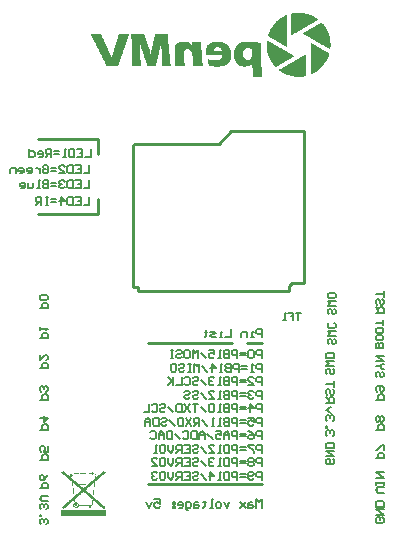
<source format=gbo>
G04*
G04 #@! TF.GenerationSoftware,Altium Limited,Altium Designer,19.1.8 (144)*
G04*
G04 Layer_Color=16776960*
%FSLAX25Y25*%
%MOIN*%
G70*
G01*
G75*
%ADD11C,0.00500*%
%ADD17C,0.00544*%
%ADD18C,0.00510*%
%ADD81C,0.01000*%
G36*
X99650Y172450D02*
X100550D01*
Y172350D01*
X101050D01*
Y172250D01*
X101450D01*
Y172150D01*
X101850D01*
Y172050D01*
X102150D01*
Y171950D01*
X102450D01*
Y171850D01*
X102750D01*
Y171750D01*
X102950D01*
Y171650D01*
X103250D01*
Y171550D01*
X103450D01*
Y171450D01*
X103650D01*
Y171350D01*
X103850D01*
Y171250D01*
X104050D01*
Y171150D01*
X104150D01*
Y171050D01*
X104350D01*
Y170950D01*
X104550D01*
Y170850D01*
X104650D01*
Y170750D01*
X104850D01*
Y170650D01*
X104950D01*
Y170550D01*
X105150D01*
Y170450D01*
X105250D01*
Y170350D01*
X105350D01*
Y170250D01*
Y170150D01*
X105150D01*
Y170050D01*
X105050D01*
Y169950D01*
X104850D01*
Y169850D01*
X104650D01*
Y169750D01*
X104550D01*
Y169650D01*
X104350D01*
Y169550D01*
X104150D01*
Y169450D01*
X103950D01*
Y169350D01*
X103850D01*
Y169250D01*
X103650D01*
Y169150D01*
X103450D01*
Y169050D01*
X103350D01*
Y168950D01*
X103150D01*
Y168850D01*
X102950D01*
Y168750D01*
X102750D01*
Y168650D01*
X102550D01*
Y168550D01*
X102450D01*
Y168450D01*
X102250D01*
Y168350D01*
X102050D01*
Y168250D01*
X101950D01*
Y168150D01*
X101750D01*
Y168050D01*
X101550D01*
Y167950D01*
X101450D01*
Y167850D01*
X101250D01*
Y167750D01*
X101050D01*
Y167650D01*
X100850D01*
Y167550D01*
X100650D01*
Y167450D01*
X100550D01*
Y167350D01*
X100350D01*
Y167250D01*
X100150D01*
Y167150D01*
X100050D01*
Y167050D01*
X99850D01*
Y166950D01*
X99650D01*
Y166850D01*
X99450D01*
Y166750D01*
X99350D01*
Y166650D01*
X99150D01*
Y166550D01*
X98950D01*
Y166450D01*
X98750D01*
Y166350D01*
X98650D01*
Y166250D01*
X98450D01*
Y166150D01*
X98250D01*
Y166050D01*
X98150D01*
Y165950D01*
X97950D01*
Y165850D01*
X97750D01*
Y165750D01*
X97550D01*
Y165650D01*
X97450D01*
Y165550D01*
X97250D01*
Y165450D01*
X97050D01*
Y165350D01*
X96850D01*
Y165250D01*
X96750D01*
Y165150D01*
X96550D01*
Y165050D01*
X96350D01*
Y164950D01*
X96250D01*
Y165050D01*
Y165150D01*
Y165250D01*
Y165350D01*
Y165450D01*
Y165550D01*
Y165650D01*
Y165750D01*
Y165850D01*
Y165950D01*
Y166050D01*
Y166150D01*
Y166250D01*
Y166350D01*
Y166450D01*
Y166550D01*
Y166650D01*
Y166750D01*
Y166850D01*
Y166950D01*
Y167050D01*
Y167150D01*
Y167250D01*
Y167350D01*
Y167450D01*
Y167550D01*
Y167650D01*
Y167750D01*
Y167850D01*
Y167950D01*
Y168050D01*
Y168150D01*
Y168250D01*
Y168350D01*
Y168450D01*
Y168550D01*
Y168650D01*
Y168750D01*
Y168850D01*
Y168950D01*
Y169050D01*
Y169150D01*
Y169250D01*
Y169350D01*
Y169450D01*
Y169550D01*
Y169650D01*
Y169750D01*
Y169850D01*
Y169950D01*
Y170050D01*
Y170150D01*
Y170250D01*
Y170350D01*
Y170450D01*
Y170550D01*
Y170650D01*
Y170750D01*
Y170850D01*
Y170950D01*
Y171050D01*
Y171150D01*
Y171250D01*
Y171350D01*
Y171450D01*
Y171550D01*
Y171650D01*
Y171750D01*
Y171850D01*
Y171950D01*
Y172050D01*
Y172150D01*
Y172250D01*
X96550D01*
Y172350D01*
X97150D01*
Y172450D01*
X97950D01*
Y172550D01*
X99650D01*
Y172450D01*
D02*
G37*
G36*
X94850Y171650D02*
Y171550D01*
Y171450D01*
Y171350D01*
Y171250D01*
Y171150D01*
Y171050D01*
Y170950D01*
Y170850D01*
Y170750D01*
Y170650D01*
Y170550D01*
Y170450D01*
Y170350D01*
Y170250D01*
Y170150D01*
Y170050D01*
Y169950D01*
Y169850D01*
Y169750D01*
Y169650D01*
Y169550D01*
Y169450D01*
Y169350D01*
Y169250D01*
Y169150D01*
Y169050D01*
Y168950D01*
Y168850D01*
Y168750D01*
Y168650D01*
Y168550D01*
Y168450D01*
Y168350D01*
Y168250D01*
Y168150D01*
Y168050D01*
Y167950D01*
Y167850D01*
Y167750D01*
Y167650D01*
Y167550D01*
Y167450D01*
Y167350D01*
Y167250D01*
Y167150D01*
Y167050D01*
Y166950D01*
Y166850D01*
Y166750D01*
Y166650D01*
Y166550D01*
Y166450D01*
Y166350D01*
Y166250D01*
Y166150D01*
Y166050D01*
Y165950D01*
Y165850D01*
Y165750D01*
Y165650D01*
Y165550D01*
Y165450D01*
Y165350D01*
Y165250D01*
Y165150D01*
Y165050D01*
Y164950D01*
Y164850D01*
Y164750D01*
Y164650D01*
Y164550D01*
Y164450D01*
Y164350D01*
Y164250D01*
Y164150D01*
Y164050D01*
Y163950D01*
Y163850D01*
Y163750D01*
Y163650D01*
Y163550D01*
Y163450D01*
Y163350D01*
Y163250D01*
Y163150D01*
Y163050D01*
Y162950D01*
Y162850D01*
Y162750D01*
Y162650D01*
Y162550D01*
Y162450D01*
Y162350D01*
Y162250D01*
Y162150D01*
Y162050D01*
Y161950D01*
Y161850D01*
Y161750D01*
Y161650D01*
Y161550D01*
Y161450D01*
Y161350D01*
Y161250D01*
Y161150D01*
X94750D01*
Y161250D01*
X94550D01*
Y161350D01*
X94350D01*
Y161450D01*
X94250D01*
Y161550D01*
X94050D01*
Y161650D01*
X93850D01*
Y161750D01*
X93750D01*
Y161850D01*
X93550D01*
Y161950D01*
X93350D01*
Y162050D01*
X93250D01*
Y162150D01*
X93050D01*
Y162250D01*
X92850D01*
Y162350D01*
X92650D01*
Y162450D01*
X92450D01*
Y162550D01*
X92350D01*
Y162650D01*
X92150D01*
Y162750D01*
X91950D01*
Y162850D01*
X91850D01*
Y162950D01*
X91650D01*
Y163050D01*
X91450D01*
Y163150D01*
X91350D01*
Y163250D01*
X91150D01*
Y163350D01*
X90950D01*
Y163450D01*
X90750D01*
Y163550D01*
X90550D01*
Y163650D01*
X90450D01*
Y163750D01*
X90250D01*
Y163850D01*
X90050D01*
Y163950D01*
X89950D01*
Y164050D01*
X89750D01*
Y164150D01*
X89550D01*
Y164250D01*
X89350D01*
Y164350D01*
X89250D01*
Y164450D01*
X89050D01*
Y164550D01*
X88850D01*
Y164650D01*
X88750D01*
Y164750D01*
X88550D01*
Y164850D01*
X88650D01*
Y164950D01*
Y165050D01*
Y165150D01*
X88750D01*
Y165250D01*
Y165350D01*
Y165450D01*
X88850D01*
Y165550D01*
Y165650D01*
Y165750D01*
X88950D01*
Y165850D01*
Y165950D01*
X89050D01*
Y166050D01*
Y166150D01*
Y166250D01*
X89150D01*
Y166350D01*
Y166450D01*
X89250D01*
Y166550D01*
Y166650D01*
X89350D01*
Y166750D01*
Y166850D01*
X89450D01*
Y166950D01*
Y167050D01*
X89550D01*
Y167150D01*
X89650D01*
Y167250D01*
Y167350D01*
X89750D01*
Y167450D01*
Y167550D01*
X89850D01*
Y167650D01*
X89950D01*
Y167750D01*
Y167850D01*
X90050D01*
Y167950D01*
X90150D01*
Y168050D01*
Y168150D01*
X90250D01*
Y168250D01*
X90350D01*
Y168350D01*
X90450D01*
Y168450D01*
Y168550D01*
X90550D01*
Y168650D01*
X90650D01*
Y168750D01*
X90750D01*
Y168850D01*
X90850D01*
Y168950D01*
X90950D01*
Y169050D01*
X91050D01*
Y169150D01*
Y169250D01*
X91150D01*
Y169350D01*
X91250D01*
Y169450D01*
X91350D01*
Y169550D01*
X91450D01*
Y169650D01*
X91650D01*
Y169750D01*
X91750D01*
Y169850D01*
X91850D01*
Y169950D01*
X91950D01*
Y170050D01*
X92050D01*
Y170150D01*
X92150D01*
Y170250D01*
X92350D01*
Y170350D01*
X92450D01*
Y170450D01*
X92550D01*
Y170550D01*
X92750D01*
Y170650D01*
X92850D01*
Y170750D01*
X93050D01*
Y170850D01*
X93150D01*
Y170950D01*
X93350D01*
Y171050D01*
X93450D01*
Y171150D01*
X93650D01*
Y171250D01*
X93850D01*
Y171350D01*
X94050D01*
Y171450D01*
X94250D01*
Y171550D01*
X94450D01*
Y171650D01*
X94650D01*
Y171750D01*
X94850D01*
Y171650D01*
D02*
G37*
G36*
X106650Y169150D02*
Y169050D01*
X106750D01*
Y168950D01*
X106850D01*
Y168850D01*
X106950D01*
Y168750D01*
X107050D01*
Y168650D01*
X107150D01*
Y168550D01*
X107250D01*
Y168450D01*
Y168350D01*
X107350D01*
Y168250D01*
X107450D01*
Y168150D01*
X107550D01*
Y168050D01*
Y167950D01*
X107650D01*
Y167850D01*
X107750D01*
Y167750D01*
Y167650D01*
X107850D01*
Y167550D01*
X107950D01*
Y167450D01*
Y167350D01*
X108050D01*
Y167250D01*
Y167150D01*
X108150D01*
Y167050D01*
X108250D01*
Y166950D01*
Y166850D01*
X108350D01*
Y166750D01*
Y166650D01*
X108450D01*
Y166550D01*
Y166450D01*
X108550D01*
Y166350D01*
Y166250D01*
Y166150D01*
X108650D01*
Y166050D01*
Y165950D01*
X108750D01*
Y165850D01*
Y165750D01*
X108850D01*
Y165650D01*
Y165550D01*
Y165450D01*
X108950D01*
Y165350D01*
Y165250D01*
Y165150D01*
X109050D01*
Y165050D01*
Y164950D01*
Y164850D01*
X109150D01*
Y164750D01*
Y164650D01*
Y164550D01*
Y164450D01*
X109250D01*
Y164350D01*
Y164250D01*
Y164150D01*
Y164050D01*
X109350D01*
Y163950D01*
Y163850D01*
Y163750D01*
Y163650D01*
Y163550D01*
Y163450D01*
X109450D01*
Y163350D01*
Y163250D01*
Y163150D01*
Y163050D01*
Y162950D01*
Y162850D01*
Y162750D01*
Y162650D01*
Y162550D01*
Y162450D01*
X109550D01*
Y162350D01*
Y162250D01*
Y162150D01*
Y162050D01*
Y161950D01*
Y161850D01*
Y161750D01*
Y161650D01*
Y161550D01*
Y161450D01*
Y161350D01*
Y161250D01*
X109450D01*
Y161150D01*
Y161050D01*
Y160950D01*
Y160850D01*
Y160750D01*
Y160650D01*
Y160550D01*
Y160450D01*
Y160350D01*
X109250D01*
Y160450D01*
X109050D01*
Y160550D01*
X108950D01*
Y160650D01*
X108750D01*
Y160750D01*
X108550D01*
Y160850D01*
X108450D01*
Y160950D01*
X108250D01*
Y161050D01*
X108050D01*
Y161150D01*
X107850D01*
Y161250D01*
X107750D01*
Y161350D01*
X107550D01*
Y161450D01*
X107350D01*
Y161550D01*
X107150D01*
Y161650D01*
X107050D01*
Y161750D01*
X106850D01*
Y161850D01*
X106650D01*
Y161950D01*
X106450D01*
Y162050D01*
X106350D01*
Y162150D01*
X106150D01*
Y162250D01*
X105950D01*
Y162350D01*
X105850D01*
Y162450D01*
X105650D01*
Y162550D01*
X105450D01*
Y162650D01*
X105250D01*
Y162750D01*
X105150D01*
Y162850D01*
X104950D01*
Y162950D01*
X104750D01*
Y163050D01*
X104550D01*
Y163150D01*
X104450D01*
Y163250D01*
X104250D01*
Y163350D01*
X104050D01*
Y163450D01*
X103950D01*
Y163550D01*
X103750D01*
Y163650D01*
X103550D01*
Y163750D01*
X103350D01*
Y163850D01*
X103250D01*
Y163950D01*
X103050D01*
Y164050D01*
X102850D01*
Y164150D01*
X102650D01*
Y164250D01*
X102550D01*
Y164350D01*
X102350D01*
Y164450D01*
X102150D01*
Y164550D01*
X102050D01*
Y164650D01*
X101850D01*
Y164750D01*
X101650D01*
Y164850D01*
X101450D01*
Y164950D01*
X101350D01*
Y165050D01*
X101150D01*
Y165150D01*
X100950D01*
Y165250D01*
X100750D01*
Y165350D01*
X100650D01*
Y165450D01*
X100450D01*
Y165550D01*
X100250D01*
Y165650D01*
Y165750D01*
X100450D01*
Y165850D01*
X100650D01*
Y165950D01*
X100750D01*
Y166050D01*
X100950D01*
Y166150D01*
X101150D01*
Y166250D01*
X101250D01*
Y166350D01*
X101450D01*
Y166450D01*
X101650D01*
Y166550D01*
X101850D01*
Y166650D01*
X101950D01*
Y166750D01*
X102150D01*
Y166850D01*
X102350D01*
Y166950D01*
X102450D01*
Y167050D01*
X102650D01*
Y167150D01*
X102850D01*
Y167250D01*
X103050D01*
Y167350D01*
X103150D01*
Y167450D01*
X103350D01*
Y167550D01*
X103550D01*
Y167650D01*
X103750D01*
Y167750D01*
X103850D01*
Y167850D01*
X104050D01*
Y167950D01*
X104250D01*
Y168050D01*
X104350D01*
Y168150D01*
X104550D01*
Y168250D01*
X104750D01*
Y168350D01*
X104950D01*
Y168450D01*
X105050D01*
Y168550D01*
X105250D01*
Y168650D01*
X105450D01*
Y168750D01*
X105650D01*
Y168850D01*
X105750D01*
Y168950D01*
X105950D01*
Y169050D01*
X106150D01*
Y169150D01*
X106250D01*
Y169250D01*
X106650D01*
Y169150D01*
D02*
G37*
G36*
X55250Y165250D02*
X55350D01*
Y165150D01*
Y165050D01*
Y164950D01*
Y164850D01*
Y164750D01*
Y164650D01*
Y164550D01*
Y164450D01*
Y164350D01*
Y164250D01*
Y164150D01*
Y164050D01*
Y163950D01*
Y163850D01*
Y163750D01*
Y163650D01*
X55450D01*
Y163550D01*
Y163450D01*
Y163350D01*
Y163250D01*
Y163150D01*
Y163050D01*
Y162950D01*
Y162850D01*
Y162750D01*
Y162650D01*
Y162550D01*
Y162450D01*
Y162350D01*
Y162250D01*
X55550D01*
Y162150D01*
Y162050D01*
Y161950D01*
Y161850D01*
Y161750D01*
Y161650D01*
Y161550D01*
Y161450D01*
Y161350D01*
Y161250D01*
Y161150D01*
Y161050D01*
Y160950D01*
X55650D01*
Y160850D01*
Y160750D01*
Y160650D01*
Y160550D01*
Y160450D01*
Y160350D01*
Y160250D01*
Y160150D01*
Y160050D01*
Y159950D01*
Y159850D01*
Y159750D01*
X55750D01*
Y159650D01*
Y159550D01*
Y159450D01*
Y159350D01*
Y159250D01*
Y159150D01*
Y159050D01*
Y158950D01*
Y158850D01*
Y158750D01*
X55850D01*
Y158650D01*
Y158550D01*
Y158450D01*
Y158350D01*
Y158250D01*
Y158150D01*
Y158050D01*
Y157950D01*
Y157850D01*
Y157750D01*
Y157650D01*
Y157550D01*
Y157450D01*
X55950D01*
Y157350D01*
Y157250D01*
Y157150D01*
Y157050D01*
Y156950D01*
Y156850D01*
Y156750D01*
Y156650D01*
Y156550D01*
Y156450D01*
X56050D01*
Y156350D01*
Y156250D01*
Y156150D01*
Y156050D01*
Y155950D01*
Y155850D01*
Y155750D01*
Y155650D01*
Y155550D01*
X56150D01*
Y155450D01*
Y155350D01*
Y155250D01*
Y155150D01*
Y155050D01*
Y154950D01*
Y154850D01*
Y154750D01*
X53450D01*
Y154850D01*
Y154950D01*
Y155050D01*
Y155150D01*
Y155250D01*
Y155350D01*
Y155450D01*
Y155550D01*
Y155650D01*
X53350D01*
Y155750D01*
Y155850D01*
Y155950D01*
Y156050D01*
Y156150D01*
Y156250D01*
Y156350D01*
Y156450D01*
Y156550D01*
Y156650D01*
Y156750D01*
Y156850D01*
Y156950D01*
Y157050D01*
Y157150D01*
Y157250D01*
Y157350D01*
X53250D01*
Y157450D01*
Y157550D01*
Y157650D01*
Y157750D01*
Y157850D01*
Y157950D01*
Y158050D01*
Y158150D01*
Y158250D01*
Y158350D01*
Y158450D01*
Y158550D01*
Y158650D01*
Y158750D01*
Y158850D01*
Y158950D01*
Y159050D01*
Y159150D01*
X53150D01*
Y159250D01*
Y159350D01*
Y159450D01*
Y159550D01*
Y159650D01*
Y159750D01*
Y159850D01*
Y159950D01*
Y160050D01*
Y160150D01*
Y160250D01*
Y160350D01*
Y160450D01*
Y160550D01*
X53050D01*
Y160650D01*
Y160750D01*
Y160850D01*
Y160950D01*
Y161050D01*
Y161150D01*
Y161250D01*
Y161350D01*
Y161450D01*
Y161550D01*
Y161650D01*
X52950D01*
Y161750D01*
Y161850D01*
X52850D01*
Y161750D01*
Y161650D01*
Y161550D01*
Y161450D01*
Y161350D01*
X52750D01*
Y161250D01*
Y161150D01*
Y161050D01*
Y160950D01*
X52650D01*
Y160850D01*
Y160750D01*
Y160650D01*
Y160550D01*
X52550D01*
Y160450D01*
Y160350D01*
Y160250D01*
Y160150D01*
X52450D01*
Y160050D01*
Y159950D01*
Y159850D01*
Y159750D01*
X52350D01*
Y159650D01*
Y159550D01*
Y159450D01*
Y159350D01*
X52250D01*
Y159250D01*
Y159150D01*
Y159050D01*
Y158950D01*
X52150D01*
Y158850D01*
Y158750D01*
Y158650D01*
Y158550D01*
Y158450D01*
X52050D01*
Y158350D01*
Y158250D01*
Y158150D01*
Y158050D01*
Y157950D01*
X51950D01*
Y157850D01*
Y157750D01*
Y157650D01*
Y157550D01*
X51850D01*
Y157450D01*
Y157350D01*
Y157250D01*
Y157150D01*
Y157050D01*
X51750D01*
Y156950D01*
Y156850D01*
Y156750D01*
Y156650D01*
X51650D01*
Y156550D01*
Y156450D01*
Y156350D01*
Y156250D01*
X51550D01*
Y156150D01*
Y156050D01*
Y155950D01*
Y155850D01*
Y155750D01*
X51450D01*
Y155650D01*
Y155550D01*
Y155450D01*
Y155350D01*
X51350D01*
Y155250D01*
Y155150D01*
Y155050D01*
Y154950D01*
Y154850D01*
X51250D01*
Y154750D01*
X48350D01*
Y154850D01*
Y154950D01*
Y155050D01*
Y155150D01*
X48250D01*
Y155250D01*
Y155350D01*
X48150D01*
Y155450D01*
Y155550D01*
Y155650D01*
X48050D01*
Y155750D01*
Y155850D01*
Y155950D01*
Y156050D01*
X47950D01*
Y156150D01*
Y156250D01*
X47850D01*
Y156350D01*
Y156450D01*
Y156550D01*
Y156650D01*
X47750D01*
Y156750D01*
Y156850D01*
Y156950D01*
X47650D01*
Y157050D01*
Y157150D01*
X47550D01*
Y157250D01*
Y157350D01*
Y157450D01*
Y157550D01*
X47450D01*
Y157650D01*
Y157750D01*
Y157850D01*
X47350D01*
Y157950D01*
Y158050D01*
X47250D01*
Y158150D01*
Y158250D01*
Y158350D01*
Y158450D01*
X47150D01*
Y158550D01*
Y158650D01*
Y158750D01*
X47050D01*
Y158850D01*
Y158950D01*
Y159050D01*
X46950D01*
Y159150D01*
Y159250D01*
Y159350D01*
X46850D01*
Y159450D01*
Y159550D01*
Y159650D01*
X46750D01*
Y159750D01*
Y159850D01*
Y159950D01*
X46650D01*
Y160050D01*
Y160150D01*
Y160250D01*
X46550D01*
Y160350D01*
Y160450D01*
Y160550D01*
X46450D01*
Y160650D01*
Y160750D01*
Y160850D01*
X46350D01*
Y160950D01*
Y161050D01*
Y161150D01*
Y161250D01*
X46250D01*
Y161350D01*
Y161450D01*
X46150D01*
Y161550D01*
Y161650D01*
Y161750D01*
Y161850D01*
X46050D01*
Y161950D01*
Y162050D01*
X45950D01*
Y161950D01*
Y161850D01*
Y161750D01*
Y161650D01*
Y161550D01*
Y161450D01*
Y161350D01*
Y161250D01*
Y161150D01*
Y161050D01*
Y160950D01*
Y160850D01*
Y160750D01*
Y160650D01*
Y160550D01*
Y160450D01*
Y160350D01*
Y160250D01*
Y160150D01*
Y160050D01*
Y159950D01*
Y159850D01*
Y159750D01*
X46050D01*
Y159650D01*
Y159550D01*
Y159450D01*
Y159350D01*
Y159250D01*
Y159150D01*
Y159050D01*
Y158950D01*
Y158850D01*
Y158750D01*
Y158650D01*
Y158550D01*
Y158450D01*
Y158350D01*
Y158250D01*
Y158150D01*
Y158050D01*
Y157950D01*
Y157850D01*
Y157750D01*
Y157650D01*
Y157550D01*
Y157450D01*
Y157350D01*
Y157250D01*
Y157150D01*
Y157050D01*
Y156950D01*
Y156850D01*
Y156750D01*
X46150D01*
Y156650D01*
Y156550D01*
Y156450D01*
Y156350D01*
Y156250D01*
Y156150D01*
Y156050D01*
Y155950D01*
Y155850D01*
Y155750D01*
Y155650D01*
Y155550D01*
Y155450D01*
Y155350D01*
Y155250D01*
Y155150D01*
Y155050D01*
Y154950D01*
Y154850D01*
Y154750D01*
X43250D01*
Y154850D01*
Y154950D01*
Y155050D01*
Y155150D01*
Y155250D01*
Y155350D01*
Y155450D01*
Y155550D01*
Y155650D01*
Y155750D01*
Y155850D01*
Y155950D01*
Y156050D01*
Y156150D01*
Y156250D01*
Y156350D01*
Y156450D01*
Y156550D01*
Y156650D01*
Y156750D01*
Y156850D01*
Y156950D01*
Y157050D01*
Y157150D01*
Y157250D01*
Y157350D01*
Y157450D01*
Y157550D01*
Y157650D01*
Y157750D01*
Y157850D01*
Y157950D01*
Y158050D01*
Y158150D01*
Y158250D01*
Y158350D01*
Y158450D01*
Y158550D01*
Y158650D01*
Y158750D01*
Y158850D01*
Y158950D01*
Y159050D01*
Y159150D01*
Y159250D01*
Y159350D01*
Y159450D01*
Y159550D01*
Y159650D01*
Y159750D01*
Y159850D01*
Y159950D01*
Y160050D01*
Y160150D01*
Y160250D01*
Y160350D01*
Y160450D01*
Y160550D01*
Y160650D01*
Y160750D01*
Y160850D01*
Y160950D01*
Y161050D01*
X43150D01*
Y161150D01*
Y161250D01*
Y161350D01*
Y161450D01*
Y161550D01*
Y161650D01*
Y161750D01*
Y161850D01*
Y161950D01*
Y162050D01*
Y162150D01*
Y162250D01*
Y162350D01*
Y162450D01*
Y162550D01*
Y162650D01*
Y162750D01*
Y162850D01*
Y162950D01*
Y163050D01*
Y163150D01*
Y163250D01*
Y163350D01*
Y163450D01*
Y163550D01*
Y163650D01*
Y163750D01*
X43050D01*
Y163850D01*
Y163950D01*
Y164050D01*
Y164150D01*
Y164250D01*
Y164350D01*
Y164450D01*
Y164550D01*
Y164650D01*
Y164750D01*
Y164850D01*
Y164950D01*
Y165050D01*
Y165150D01*
Y165250D01*
Y165350D01*
X47450D01*
Y165250D01*
Y165150D01*
Y165050D01*
X47550D01*
Y164950D01*
Y164850D01*
Y164750D01*
Y164650D01*
X47650D01*
Y164550D01*
Y164450D01*
Y164350D01*
X47750D01*
Y164250D01*
Y164150D01*
Y164050D01*
X47850D01*
Y163950D01*
Y163850D01*
Y163750D01*
X47950D01*
Y163650D01*
Y163550D01*
Y163450D01*
X48050D01*
Y163350D01*
Y163250D01*
X48150D01*
Y163150D01*
Y163050D01*
Y162950D01*
X48250D01*
Y162850D01*
Y162750D01*
Y162650D01*
X48350D01*
Y162550D01*
Y162450D01*
X48450D01*
Y162350D01*
Y162250D01*
Y162150D01*
X48550D01*
Y162050D01*
Y161950D01*
Y161850D01*
X48650D01*
Y161750D01*
Y161650D01*
Y161550D01*
X48750D01*
Y161450D01*
Y161350D01*
Y161250D01*
X48850D01*
Y161150D01*
Y161050D01*
Y160950D01*
X48950D01*
Y160850D01*
Y160750D01*
Y160650D01*
X49050D01*
Y160550D01*
Y160450D01*
Y160350D01*
X49150D01*
Y160250D01*
Y160150D01*
Y160050D01*
X49250D01*
Y159950D01*
Y159850D01*
Y159750D01*
Y159650D01*
X49350D01*
Y159550D01*
Y159450D01*
Y159350D01*
X49450D01*
Y159250D01*
Y159150D01*
Y159050D01*
Y158950D01*
X49550D01*
Y159050D01*
Y159150D01*
X49650D01*
Y159250D01*
Y159350D01*
Y159450D01*
Y159550D01*
Y159650D01*
X49750D01*
Y159750D01*
Y159850D01*
Y159950D01*
Y160050D01*
Y160150D01*
Y160250D01*
X49850D01*
Y160350D01*
Y160450D01*
Y160550D01*
Y160650D01*
Y160750D01*
X49950D01*
Y160850D01*
Y160950D01*
Y161050D01*
Y161150D01*
X50050D01*
Y161250D01*
Y161350D01*
Y161450D01*
Y161550D01*
X50150D01*
Y161650D01*
Y161750D01*
Y161850D01*
Y161950D01*
Y162050D01*
X50250D01*
Y162150D01*
Y162250D01*
Y162350D01*
X50350D01*
Y162450D01*
Y162550D01*
Y162650D01*
Y162750D01*
X50450D01*
Y162850D01*
Y162950D01*
Y163050D01*
Y163150D01*
X50550D01*
Y163250D01*
Y163350D01*
Y163450D01*
X50650D01*
Y163550D01*
Y163650D01*
Y163750D01*
Y163850D01*
Y163950D01*
X50750D01*
Y164050D01*
Y164150D01*
Y164250D01*
Y164350D01*
X50850D01*
Y164450D01*
Y164550D01*
Y164650D01*
Y164750D01*
Y164850D01*
X50950D01*
Y164950D01*
Y165050D01*
Y165150D01*
Y165250D01*
Y165350D01*
X55250D01*
Y165250D01*
D02*
G37*
G36*
X42350D02*
Y165150D01*
X42250D01*
Y165050D01*
Y164950D01*
X42150D01*
Y164850D01*
Y164750D01*
Y164650D01*
X42050D01*
Y164550D01*
Y164450D01*
Y164350D01*
X41950D01*
Y164250D01*
Y164150D01*
X41850D01*
Y164050D01*
Y163950D01*
Y163850D01*
X41750D01*
Y163750D01*
Y163650D01*
Y163550D01*
X41650D01*
Y163450D01*
Y163350D01*
Y163250D01*
X41550D01*
Y163150D01*
Y163050D01*
Y162950D01*
X41450D01*
Y162850D01*
Y162750D01*
Y162650D01*
X41350D01*
Y162550D01*
Y162450D01*
X41250D01*
Y162350D01*
Y162250D01*
Y162150D01*
X41150D01*
Y162050D01*
Y161950D01*
Y161850D01*
X41050D01*
Y161750D01*
Y161650D01*
Y161550D01*
X40950D01*
Y161450D01*
Y161350D01*
Y161250D01*
X40850D01*
Y161150D01*
Y161050D01*
Y160950D01*
X40750D01*
Y160850D01*
Y160750D01*
X40650D01*
Y160650D01*
Y160550D01*
Y160450D01*
Y160350D01*
X40550D01*
Y160250D01*
Y160150D01*
X40450D01*
Y160050D01*
Y159950D01*
Y159850D01*
X40350D01*
Y159750D01*
Y159650D01*
Y159550D01*
X40250D01*
Y159450D01*
Y159350D01*
Y159250D01*
X40150D01*
Y159150D01*
Y159050D01*
Y158950D01*
X40050D01*
Y158850D01*
Y158750D01*
Y158650D01*
X39950D01*
Y158550D01*
Y158450D01*
X39850D01*
Y158350D01*
Y158250D01*
Y158150D01*
X39750D01*
Y158050D01*
Y157950D01*
Y157850D01*
Y157750D01*
X39650D01*
Y157650D01*
Y157550D01*
X39550D01*
Y157450D01*
Y157350D01*
Y157250D01*
X39450D01*
Y157150D01*
Y157050D01*
Y156950D01*
X39350D01*
Y156850D01*
Y156750D01*
Y156650D01*
X39250D01*
Y156550D01*
Y156450D01*
Y156350D01*
X39150D01*
Y156250D01*
Y156150D01*
Y156050D01*
X39050D01*
Y155950D01*
Y155850D01*
X38950D01*
Y155750D01*
Y155650D01*
Y155550D01*
Y155450D01*
X38850D01*
Y155350D01*
Y155250D01*
Y155150D01*
X38750D01*
Y155050D01*
Y154950D01*
Y154850D01*
X38650D01*
Y154750D01*
X34850D01*
Y154850D01*
Y154950D01*
X34750D01*
Y155050D01*
Y155150D01*
X34650D01*
Y155250D01*
Y155350D01*
X34550D01*
Y155450D01*
Y155550D01*
X34450D01*
Y155650D01*
Y155750D01*
X34350D01*
Y155850D01*
Y155950D01*
X34250D01*
Y156050D01*
Y156150D01*
X34150D01*
Y156250D01*
Y156350D01*
X34050D01*
Y156450D01*
Y156550D01*
Y156650D01*
X33950D01*
Y156750D01*
X33850D01*
Y156850D01*
Y156950D01*
X33750D01*
Y157050D01*
Y157150D01*
Y157250D01*
X33650D01*
Y157350D01*
X33550D01*
Y157450D01*
Y157550D01*
X33450D01*
Y157650D01*
Y157750D01*
Y157850D01*
X33350D01*
Y157950D01*
X33250D01*
Y158050D01*
Y158150D01*
X33150D01*
Y158250D01*
Y158350D01*
Y158450D01*
X33050D01*
Y158550D01*
X32950D01*
Y158650D01*
Y158750D01*
X32850D01*
Y158850D01*
Y158950D01*
X32750D01*
Y159050D01*
Y159150D01*
X32650D01*
Y159250D01*
Y159350D01*
X32550D01*
Y159450D01*
Y159550D01*
X32450D01*
Y159650D01*
Y159750D01*
X32350D01*
Y159850D01*
Y159950D01*
X32250D01*
Y160050D01*
Y160150D01*
X32150D01*
Y160250D01*
Y160350D01*
X32050D01*
Y160450D01*
Y160550D01*
X31950D01*
Y160650D01*
Y160750D01*
X31850D01*
Y160850D01*
Y160950D01*
X31750D01*
Y161050D01*
Y161150D01*
X31650D01*
Y161250D01*
Y161350D01*
X31550D01*
Y161450D01*
Y161550D01*
X31450D01*
Y161650D01*
Y161750D01*
X31350D01*
Y161850D01*
Y161950D01*
X31250D01*
Y162050D01*
Y162150D01*
X31150D01*
Y162250D01*
Y162350D01*
X31050D01*
Y162450D01*
Y162550D01*
X30950D01*
Y162650D01*
Y162750D01*
X30850D01*
Y162850D01*
Y162950D01*
X30750D01*
Y163050D01*
Y163150D01*
X30650D01*
Y163250D01*
Y163350D01*
X30550D01*
Y163450D01*
Y163550D01*
X30450D01*
Y163650D01*
Y163750D01*
X30350D01*
Y163850D01*
Y163950D01*
X30250D01*
Y164050D01*
Y164150D01*
X30150D01*
Y164250D01*
X30050D01*
Y164350D01*
Y164450D01*
X29950D01*
Y164550D01*
Y164650D01*
X29850D01*
Y164750D01*
Y164850D01*
X29750D01*
Y164950D01*
Y165050D01*
X29650D01*
Y165150D01*
Y165250D01*
X29550D01*
Y165350D01*
X33050D01*
Y165250D01*
X33150D01*
Y165150D01*
Y165050D01*
X33250D01*
Y164950D01*
Y164850D01*
Y164750D01*
X33350D01*
Y164650D01*
Y164550D01*
X33450D01*
Y164450D01*
Y164350D01*
Y164250D01*
X33550D01*
Y164150D01*
Y164050D01*
X33650D01*
Y163950D01*
Y163850D01*
X33750D01*
Y163750D01*
Y163650D01*
X33850D01*
Y163550D01*
Y163450D01*
Y163350D01*
X33950D01*
Y163250D01*
Y163150D01*
X34050D01*
Y163050D01*
Y162950D01*
X34150D01*
Y162850D01*
Y162750D01*
X34250D01*
Y162650D01*
Y162550D01*
X34350D01*
Y162450D01*
Y162350D01*
Y162250D01*
X34450D01*
Y162150D01*
Y162050D01*
X34550D01*
Y161950D01*
Y161850D01*
X34650D01*
Y161750D01*
Y161650D01*
X34750D01*
Y161550D01*
Y161450D01*
X34850D01*
Y161350D01*
Y161250D01*
X34950D01*
Y161150D01*
Y161050D01*
Y160950D01*
X35050D01*
Y160850D01*
Y160750D01*
X35150D01*
Y160650D01*
Y160550D01*
X35250D01*
Y160450D01*
Y160350D01*
X35350D01*
Y160250D01*
Y160150D01*
X35450D01*
Y160050D01*
Y159950D01*
Y159850D01*
X35550D01*
Y159750D01*
Y159650D01*
X35650D01*
Y159550D01*
Y159450D01*
X35750D01*
Y159350D01*
Y159250D01*
X35850D01*
Y159150D01*
Y159050D01*
Y158950D01*
X35950D01*
Y158850D01*
X36050D01*
Y158750D01*
Y158650D01*
Y158550D01*
X36150D01*
Y158450D01*
Y158350D01*
X36250D01*
Y158250D01*
Y158150D01*
X36350D01*
Y158050D01*
Y157950D01*
Y157850D01*
X36450D01*
Y157750D01*
Y157650D01*
X36550D01*
Y157750D01*
X36650D01*
Y157850D01*
Y157950D01*
Y158050D01*
Y158150D01*
X36750D01*
Y158250D01*
Y158350D01*
Y158450D01*
X36850D01*
Y158550D01*
Y158650D01*
Y158750D01*
Y158850D01*
X36950D01*
Y158950D01*
Y159050D01*
Y159150D01*
Y159250D01*
X37050D01*
Y159350D01*
Y159450D01*
X37150D01*
Y159550D01*
Y159650D01*
Y159750D01*
Y159850D01*
X37250D01*
Y159950D01*
Y160050D01*
Y160150D01*
X37350D01*
Y160250D01*
Y160350D01*
Y160450D01*
X37450D01*
Y160550D01*
Y160650D01*
Y160750D01*
X37550D01*
Y160850D01*
Y160950D01*
Y161050D01*
Y161150D01*
X37650D01*
Y161250D01*
Y161350D01*
Y161450D01*
X37750D01*
Y161550D01*
Y161650D01*
Y161750D01*
X37850D01*
Y161850D01*
Y161950D01*
Y162050D01*
X37950D01*
Y162150D01*
Y162250D01*
Y162350D01*
X38050D01*
Y162450D01*
Y162550D01*
Y162650D01*
Y162750D01*
X38150D01*
Y162850D01*
Y162950D01*
Y163050D01*
X38250D01*
Y163150D01*
Y163250D01*
Y163350D01*
X38350D01*
Y163450D01*
Y163550D01*
Y163650D01*
X38450D01*
Y163750D01*
Y163850D01*
Y163950D01*
X38550D01*
Y164050D01*
Y164150D01*
Y164250D01*
Y164350D01*
X38650D01*
Y164450D01*
Y164550D01*
Y164650D01*
Y164750D01*
X38750D01*
Y164850D01*
Y164950D01*
Y165050D01*
X38850D01*
Y165150D01*
Y165250D01*
Y165350D01*
X42350D01*
Y165250D01*
D02*
G37*
G36*
X72850Y162750D02*
X73450D01*
Y162650D01*
X73750D01*
Y162550D01*
X73950D01*
Y162450D01*
X74250D01*
Y162350D01*
X74450D01*
Y162250D01*
X74550D01*
Y162150D01*
X74750D01*
Y162050D01*
X74850D01*
Y161950D01*
X74950D01*
Y161850D01*
X75050D01*
Y161750D01*
X75150D01*
Y161650D01*
X75250D01*
Y161550D01*
X75350D01*
Y161450D01*
X75450D01*
Y161350D01*
X75550D01*
Y161250D01*
Y161150D01*
X75650D01*
Y161050D01*
X75750D01*
Y160950D01*
Y160850D01*
X75850D01*
Y160750D01*
Y160650D01*
X75950D01*
Y160550D01*
Y160450D01*
Y160350D01*
X76050D01*
Y160250D01*
Y160150D01*
X76150D01*
Y160050D01*
Y159950D01*
Y159850D01*
Y159750D01*
X76250D01*
Y159650D01*
Y159550D01*
Y159450D01*
Y159350D01*
X76350D01*
Y159250D01*
Y159150D01*
Y159050D01*
Y158950D01*
Y158850D01*
Y158750D01*
Y158650D01*
Y158550D01*
Y158450D01*
Y158350D01*
Y158250D01*
Y158150D01*
Y158050D01*
Y157950D01*
Y157850D01*
Y157750D01*
Y157650D01*
X76250D01*
Y157550D01*
Y157450D01*
Y157350D01*
Y157250D01*
Y157150D01*
X76150D01*
Y157050D01*
Y156950D01*
Y156850D01*
X76050D01*
Y156750D01*
Y156650D01*
X75950D01*
Y156550D01*
Y156450D01*
X75850D01*
Y156350D01*
Y156250D01*
X75750D01*
Y156150D01*
Y156050D01*
X75650D01*
Y155950D01*
X75550D01*
Y155850D01*
X75450D01*
Y155750D01*
X75350D01*
Y155650D01*
X75250D01*
Y155550D01*
X75150D01*
Y155450D01*
X75050D01*
Y155350D01*
X74950D01*
Y155250D01*
X74750D01*
Y155150D01*
X74550D01*
Y155050D01*
X74350D01*
Y154950D01*
X74150D01*
Y154850D01*
X73850D01*
Y154750D01*
X73350D01*
Y154650D01*
X72550D01*
Y154550D01*
X70750D01*
Y154650D01*
X69850D01*
Y154750D01*
X69250D01*
Y154850D01*
X68850D01*
Y154950D01*
Y155050D01*
Y155150D01*
Y155250D01*
Y155350D01*
X68750D01*
Y155450D01*
Y155550D01*
Y155650D01*
Y155750D01*
Y155850D01*
Y155950D01*
Y156050D01*
X68650D01*
Y156150D01*
Y156250D01*
Y156350D01*
Y156450D01*
Y156550D01*
Y156650D01*
X68550D01*
Y156750D01*
Y156850D01*
Y156950D01*
Y157050D01*
Y157150D01*
X68650D01*
Y157050D01*
X69050D01*
Y156950D01*
X69350D01*
Y156850D01*
X69750D01*
Y156750D01*
X70350D01*
Y156650D01*
X72050D01*
Y156750D01*
X72350D01*
Y156850D01*
X72550D01*
Y156950D01*
X72750D01*
Y157050D01*
X72850D01*
Y157150D01*
X72950D01*
Y157250D01*
X73050D01*
Y157350D01*
X73150D01*
Y157450D01*
Y157550D01*
X73250D01*
Y157650D01*
Y157750D01*
Y157850D01*
Y157950D01*
X73350D01*
Y158050D01*
Y158150D01*
Y158250D01*
Y158350D01*
X73250D01*
Y158450D01*
X67850D01*
Y158550D01*
Y158650D01*
Y158750D01*
Y158850D01*
Y158950D01*
Y159050D01*
Y159150D01*
Y159250D01*
Y159350D01*
Y159450D01*
Y159550D01*
Y159650D01*
Y159750D01*
Y159850D01*
Y159950D01*
Y160050D01*
Y160150D01*
Y160250D01*
Y160350D01*
X67950D01*
Y160450D01*
Y160550D01*
Y160650D01*
Y160750D01*
X68050D01*
Y160850D01*
Y160950D01*
X68150D01*
Y161050D01*
Y161150D01*
X68250D01*
Y161250D01*
Y161350D01*
X68350D01*
Y161450D01*
X68450D01*
Y161550D01*
Y161650D01*
X68550D01*
Y161750D01*
X68650D01*
Y161850D01*
X68750D01*
Y161950D01*
X68850D01*
Y162050D01*
X68950D01*
Y162150D01*
X69150D01*
Y162250D01*
X69250D01*
Y162350D01*
X69450D01*
Y162450D01*
X69650D01*
Y162550D01*
X69950D01*
Y162650D01*
X70250D01*
Y162750D01*
X70750D01*
Y162850D01*
X72850D01*
Y162750D01*
D02*
G37*
G36*
X61350D02*
X61850D01*
Y162650D01*
X62150D01*
Y162550D01*
X62350D01*
Y162450D01*
X62550D01*
Y162350D01*
X62650D01*
Y162250D01*
X62850D01*
Y162150D01*
X62950D01*
Y162050D01*
X63050D01*
Y161950D01*
X63150D01*
Y161850D01*
X63250D01*
Y161750D01*
X63350D01*
Y161850D01*
Y161950D01*
Y162050D01*
Y162150D01*
Y162250D01*
Y162350D01*
Y162450D01*
Y162550D01*
Y162650D01*
X66450D01*
Y162550D01*
Y162450D01*
Y162350D01*
Y162250D01*
Y162150D01*
Y162050D01*
Y161950D01*
Y161850D01*
Y161750D01*
Y161650D01*
Y161550D01*
Y161450D01*
Y161350D01*
Y161250D01*
Y161150D01*
Y161050D01*
Y160950D01*
Y160850D01*
Y160750D01*
Y160650D01*
Y160550D01*
Y160450D01*
Y160350D01*
Y160250D01*
Y160150D01*
Y160050D01*
X66550D01*
Y159950D01*
Y159850D01*
Y159750D01*
Y159650D01*
Y159550D01*
Y159450D01*
Y159350D01*
Y159250D01*
Y159150D01*
Y159050D01*
Y158950D01*
Y158850D01*
Y158750D01*
Y158650D01*
Y158550D01*
Y158450D01*
Y158350D01*
Y158250D01*
X66650D01*
Y158150D01*
Y158050D01*
Y157950D01*
Y157850D01*
Y157750D01*
Y157650D01*
Y157550D01*
Y157450D01*
Y157350D01*
Y157250D01*
Y157150D01*
Y157050D01*
Y156950D01*
Y156850D01*
Y156750D01*
X66750D01*
Y156650D01*
Y156550D01*
Y156450D01*
Y156350D01*
Y156250D01*
Y156150D01*
Y156050D01*
Y155950D01*
Y155850D01*
Y155750D01*
Y155650D01*
X66850D01*
Y155550D01*
Y155450D01*
Y155350D01*
Y155250D01*
Y155150D01*
Y155050D01*
Y154950D01*
Y154850D01*
X66950D01*
Y154750D01*
X63750D01*
Y154850D01*
X63650D01*
Y154950D01*
Y155050D01*
Y155150D01*
Y155250D01*
Y155350D01*
Y155450D01*
Y155550D01*
Y155650D01*
Y155750D01*
Y155850D01*
Y155950D01*
Y156050D01*
Y156150D01*
Y156250D01*
Y156350D01*
Y156450D01*
Y156550D01*
Y156650D01*
Y156750D01*
Y156850D01*
Y156950D01*
Y157050D01*
X63550D01*
Y157150D01*
Y157250D01*
Y157350D01*
Y157450D01*
Y157550D01*
Y157650D01*
Y157750D01*
Y157850D01*
Y157950D01*
Y158050D01*
Y158150D01*
Y158250D01*
X63450D01*
Y158350D01*
Y158450D01*
Y158550D01*
Y158650D01*
Y158750D01*
X63350D01*
Y158850D01*
Y158950D01*
Y159050D01*
Y159150D01*
X63250D01*
Y159250D01*
Y159350D01*
Y159450D01*
X63150D01*
Y159550D01*
X63050D01*
Y159650D01*
Y159750D01*
X62950D01*
Y159850D01*
X62850D01*
Y159950D01*
X62750D01*
Y160050D01*
X62650D01*
Y160150D01*
X62450D01*
Y160250D01*
X62250D01*
Y160350D01*
X61450D01*
Y160250D01*
X61250D01*
Y160150D01*
X61050D01*
Y160050D01*
X60950D01*
Y159950D01*
Y159850D01*
X60850D01*
Y159750D01*
Y159650D01*
X60750D01*
Y159550D01*
Y159450D01*
Y159350D01*
Y159250D01*
X60650D01*
Y159150D01*
Y159050D01*
Y158950D01*
Y158850D01*
Y158750D01*
Y158650D01*
Y158550D01*
Y158450D01*
Y158350D01*
Y158250D01*
Y158150D01*
Y158050D01*
Y157950D01*
Y157850D01*
X60750D01*
Y157750D01*
Y157650D01*
Y157550D01*
Y157450D01*
Y157350D01*
Y157250D01*
Y157150D01*
Y157050D01*
Y156950D01*
Y156850D01*
Y156750D01*
Y156650D01*
Y156550D01*
Y156450D01*
Y156350D01*
Y156250D01*
Y156150D01*
Y156050D01*
Y155950D01*
X60850D01*
Y155850D01*
Y155750D01*
Y155650D01*
Y155550D01*
Y155450D01*
Y155350D01*
Y155250D01*
Y155150D01*
Y155050D01*
Y154950D01*
Y154850D01*
Y154750D01*
X57750D01*
Y154850D01*
Y154950D01*
Y155050D01*
Y155150D01*
Y155250D01*
Y155350D01*
Y155450D01*
Y155550D01*
Y155650D01*
Y155750D01*
Y155850D01*
Y155950D01*
Y156050D01*
Y156150D01*
Y156250D01*
Y156350D01*
X57650D01*
Y156450D01*
Y156550D01*
Y156650D01*
Y156750D01*
Y156850D01*
Y156950D01*
Y157050D01*
Y157150D01*
Y157250D01*
Y157350D01*
Y157450D01*
Y157550D01*
Y157650D01*
Y157750D01*
Y157850D01*
Y157950D01*
Y158050D01*
Y158150D01*
Y158250D01*
Y158350D01*
X57550D01*
Y158450D01*
Y158550D01*
Y158650D01*
Y158750D01*
Y158850D01*
Y158950D01*
Y159050D01*
Y159150D01*
Y159250D01*
Y159350D01*
Y159450D01*
Y159550D01*
Y159650D01*
Y159750D01*
Y159850D01*
Y159950D01*
Y160050D01*
Y160150D01*
Y160250D01*
Y160350D01*
Y160450D01*
Y160550D01*
Y160650D01*
Y160750D01*
Y160850D01*
Y160950D01*
Y161050D01*
Y161150D01*
Y161250D01*
X57650D01*
Y161350D01*
Y161450D01*
Y161550D01*
X57750D01*
Y161650D01*
Y161750D01*
X57850D01*
Y161850D01*
X57950D01*
Y161950D01*
X58050D01*
Y162050D01*
Y162150D01*
X58150D01*
Y162250D01*
X58350D01*
Y162350D01*
X58450D01*
Y162450D01*
X58650D01*
Y162550D01*
X58850D01*
Y162650D01*
X59150D01*
Y162750D01*
X59550D01*
Y162850D01*
X61350D01*
Y162750D01*
D02*
G37*
G36*
X88450Y163250D02*
X88650D01*
Y163150D01*
X88750D01*
Y163050D01*
X88950D01*
Y162950D01*
X89150D01*
Y162850D01*
X89250D01*
Y162750D01*
X89450D01*
Y162650D01*
X89650D01*
Y162550D01*
X89850D01*
Y162450D01*
X90050D01*
Y162350D01*
X90150D01*
Y162250D01*
X90350D01*
Y162150D01*
X90550D01*
Y162050D01*
X90650D01*
Y161950D01*
X90850D01*
Y161850D01*
X91050D01*
Y161750D01*
X91150D01*
Y161650D01*
X91350D01*
Y161550D01*
X91550D01*
Y161450D01*
X91750D01*
Y161350D01*
X91950D01*
Y161250D01*
X92050D01*
Y161150D01*
X92250D01*
Y161050D01*
X92450D01*
Y160950D01*
X92550D01*
Y160850D01*
X92750D01*
Y160750D01*
X92950D01*
Y160650D01*
X93150D01*
Y160550D01*
X93250D01*
Y160450D01*
X93450D01*
Y160350D01*
X93650D01*
Y160250D01*
X93850D01*
Y160150D01*
X93950D01*
Y160050D01*
X94150D01*
Y159950D01*
X94350D01*
Y159850D01*
X94550D01*
Y159750D01*
X94650D01*
Y159650D01*
X94850D01*
Y159550D01*
X95050D01*
Y159450D01*
X95150D01*
Y159350D01*
X95350D01*
Y159250D01*
X95550D01*
Y159150D01*
X95650D01*
Y159050D01*
X95850D01*
Y158950D01*
X96050D01*
Y158850D01*
X96250D01*
Y158750D01*
X96450D01*
Y158650D01*
X96550D01*
Y158550D01*
X96750D01*
Y158450D01*
X96950D01*
Y158350D01*
X97050D01*
Y158250D01*
X97250D01*
Y158150D01*
X97450D01*
Y158050D01*
Y157950D01*
X97250D01*
Y157850D01*
X97050D01*
Y157750D01*
X96850D01*
Y157650D01*
X96750D01*
Y157550D01*
X96550D01*
Y157450D01*
X96350D01*
Y157350D01*
X96150D01*
Y157250D01*
X96050D01*
Y157150D01*
X95850D01*
Y157050D01*
X95650D01*
Y156950D01*
X95550D01*
Y156850D01*
X95350D01*
Y156750D01*
X95150D01*
Y156650D01*
X94950D01*
Y156550D01*
X94850D01*
Y156450D01*
X94650D01*
Y156350D01*
X94450D01*
Y156250D01*
X94250D01*
Y156150D01*
X94150D01*
Y156050D01*
X93950D01*
Y155950D01*
X93750D01*
Y155850D01*
X93550D01*
Y155750D01*
X93450D01*
Y155650D01*
X93250D01*
Y155550D01*
X93050D01*
Y155450D01*
X92950D01*
Y155350D01*
X92750D01*
Y155250D01*
X92550D01*
Y155150D01*
X92350D01*
Y155050D01*
X92250D01*
Y154950D01*
X92050D01*
Y154850D01*
X91850D01*
Y154750D01*
X91650D01*
Y154650D01*
X91550D01*
Y154550D01*
X91350D01*
Y154450D01*
X91050D01*
Y154550D01*
Y154650D01*
X90950D01*
Y154750D01*
X90850D01*
Y154850D01*
X90750D01*
Y154950D01*
X90650D01*
Y155050D01*
X90550D01*
Y155150D01*
X90450D01*
Y155250D01*
Y155350D01*
X90350D01*
Y155450D01*
X90250D01*
Y155550D01*
X90150D01*
Y155650D01*
Y155750D01*
X90050D01*
Y155850D01*
X89950D01*
Y155950D01*
Y156050D01*
X89850D01*
Y156150D01*
X89750D01*
Y156250D01*
Y156350D01*
X89650D01*
Y156450D01*
Y156550D01*
X89550D01*
Y156650D01*
X89450D01*
Y156750D01*
Y156850D01*
X89350D01*
Y156950D01*
Y157050D01*
X89250D01*
Y157150D01*
Y157250D01*
X89150D01*
Y157350D01*
Y157450D01*
X89050D01*
Y157550D01*
Y157650D01*
Y157750D01*
X88950D01*
Y157850D01*
Y157950D01*
X88850D01*
Y158050D01*
Y158150D01*
Y158250D01*
X88750D01*
Y158350D01*
Y158450D01*
Y158550D01*
X88650D01*
Y158650D01*
Y158750D01*
Y158850D01*
X88550D01*
Y158950D01*
Y159050D01*
Y159150D01*
Y159250D01*
X88450D01*
Y159350D01*
Y159450D01*
Y159550D01*
Y159650D01*
Y159750D01*
X88350D01*
Y159850D01*
Y159950D01*
Y160050D01*
Y160150D01*
Y160250D01*
X88250D01*
Y160350D01*
Y160450D01*
Y160550D01*
Y160650D01*
Y160750D01*
Y160850D01*
Y160950D01*
Y161050D01*
Y161150D01*
Y161250D01*
Y161350D01*
X88150D01*
Y161450D01*
Y161550D01*
Y161650D01*
Y161750D01*
Y161850D01*
Y161950D01*
Y162050D01*
Y162150D01*
Y162250D01*
Y162350D01*
Y162450D01*
Y162550D01*
X88250D01*
Y162650D01*
Y162750D01*
Y162850D01*
Y162950D01*
Y163050D01*
Y163150D01*
Y163250D01*
Y163350D01*
X88450D01*
Y163250D01*
D02*
G37*
G36*
X102950Y162450D02*
X103150D01*
Y162350D01*
X103350D01*
Y162250D01*
X103450D01*
Y162150D01*
X103650D01*
Y162050D01*
X103850D01*
Y161950D01*
X104050D01*
Y161850D01*
X104150D01*
Y161750D01*
X104350D01*
Y161650D01*
X104550D01*
Y161550D01*
X104750D01*
Y161450D01*
X104850D01*
Y161350D01*
X105050D01*
Y161250D01*
X105250D01*
Y161150D01*
X105350D01*
Y161050D01*
X105550D01*
Y160950D01*
X105750D01*
Y160850D01*
X105850D01*
Y160750D01*
X106050D01*
Y160650D01*
X106250D01*
Y160550D01*
X106450D01*
Y160450D01*
X106650D01*
Y160350D01*
X106750D01*
Y160250D01*
X106950D01*
Y160150D01*
X107150D01*
Y160050D01*
X107250D01*
Y159950D01*
X107450D01*
Y159850D01*
X107650D01*
Y159750D01*
X107750D01*
Y159650D01*
X107950D01*
Y159550D01*
X108150D01*
Y159450D01*
X108350D01*
Y159350D01*
X108550D01*
Y159250D01*
X108650D01*
Y159150D01*
X108850D01*
Y159050D01*
X109050D01*
Y158950D01*
X109150D01*
Y158850D01*
X109050D01*
Y158750D01*
Y158650D01*
Y158550D01*
X108950D01*
Y158450D01*
Y158350D01*
Y158250D01*
X108850D01*
Y158150D01*
Y158050D01*
Y157950D01*
X108750D01*
Y157850D01*
Y157750D01*
X108650D01*
Y157650D01*
Y157550D01*
X108550D01*
Y157450D01*
Y157350D01*
Y157250D01*
X108450D01*
Y157150D01*
X108350D01*
Y157050D01*
Y156950D01*
X108250D01*
Y156850D01*
Y156750D01*
X108150D01*
Y156650D01*
Y156550D01*
X108050D01*
Y156450D01*
Y156350D01*
X107950D01*
Y156250D01*
Y156150D01*
X107850D01*
Y156050D01*
X107750D01*
Y155950D01*
Y155850D01*
X107650D01*
Y155750D01*
X107550D01*
Y155650D01*
X107450D01*
Y155550D01*
Y155450D01*
X107350D01*
Y155350D01*
X107250D01*
Y155250D01*
X107150D01*
Y155150D01*
Y155050D01*
X107050D01*
Y154950D01*
X106950D01*
Y154850D01*
X106850D01*
Y154750D01*
X106750D01*
Y154650D01*
X106650D01*
Y154550D01*
X106550D01*
Y154450D01*
X106450D01*
Y154350D01*
X106350D01*
Y154250D01*
X106250D01*
Y154150D01*
X106150D01*
Y154050D01*
X106050D01*
Y153950D01*
X105950D01*
Y153850D01*
X105850D01*
Y153750D01*
X105750D01*
Y153650D01*
X105650D01*
Y153550D01*
X105550D01*
Y153450D01*
X105350D01*
Y153350D01*
X105250D01*
Y153250D01*
X105150D01*
Y153150D01*
X104950D01*
Y153050D01*
X104850D01*
Y152950D01*
X104650D01*
Y152850D01*
X104550D01*
Y152750D01*
X104350D01*
Y152650D01*
X104250D01*
Y152550D01*
X104050D01*
Y152450D01*
X103850D01*
Y152350D01*
X103650D01*
Y152250D01*
X103450D01*
Y152150D01*
X103250D01*
Y152050D01*
X103050D01*
Y151950D01*
X102850D01*
Y152050D01*
Y152150D01*
Y152250D01*
Y152350D01*
Y152450D01*
Y152550D01*
Y152650D01*
Y152750D01*
Y152850D01*
Y152950D01*
Y153050D01*
Y153150D01*
Y153250D01*
Y153350D01*
Y153450D01*
Y153550D01*
Y153650D01*
Y153750D01*
Y153850D01*
Y153950D01*
Y154050D01*
Y154150D01*
Y154250D01*
Y154350D01*
Y154450D01*
Y154550D01*
Y154650D01*
Y154750D01*
Y154850D01*
Y154950D01*
Y155050D01*
Y155150D01*
Y155250D01*
Y155350D01*
Y155450D01*
Y155550D01*
Y155650D01*
Y155750D01*
Y155850D01*
Y155950D01*
Y156050D01*
Y156150D01*
Y156250D01*
Y156350D01*
Y156450D01*
Y156550D01*
Y156650D01*
Y156750D01*
Y156850D01*
Y156950D01*
Y157050D01*
Y157150D01*
Y157250D01*
Y157350D01*
Y157450D01*
Y157550D01*
Y157650D01*
Y157750D01*
Y157850D01*
Y157950D01*
Y158050D01*
Y158150D01*
Y158250D01*
Y158350D01*
Y158450D01*
Y158550D01*
Y158650D01*
Y158750D01*
Y158850D01*
Y158950D01*
Y159050D01*
Y159150D01*
Y159250D01*
Y159350D01*
Y159450D01*
Y159550D01*
Y159650D01*
Y159750D01*
Y159850D01*
Y159950D01*
Y160050D01*
Y160150D01*
Y160250D01*
Y160350D01*
Y160450D01*
Y160550D01*
Y160650D01*
Y160750D01*
Y160850D01*
Y160950D01*
Y161050D01*
Y161150D01*
Y161250D01*
Y161350D01*
Y161450D01*
Y161550D01*
Y161650D01*
Y161750D01*
Y161850D01*
Y161950D01*
Y162050D01*
Y162150D01*
Y162250D01*
Y162350D01*
Y162450D01*
X102750D01*
Y162550D01*
X102950D01*
Y162450D01*
D02*
G37*
G36*
X101450Y158650D02*
Y158550D01*
Y158450D01*
Y158350D01*
Y158250D01*
Y158150D01*
Y158050D01*
Y157950D01*
Y157850D01*
Y157750D01*
Y157650D01*
Y157550D01*
Y157450D01*
Y157350D01*
Y157250D01*
Y157150D01*
Y157050D01*
Y156950D01*
Y156850D01*
Y156750D01*
Y156650D01*
Y156550D01*
Y156450D01*
Y156350D01*
Y156250D01*
Y156150D01*
Y156050D01*
Y155950D01*
Y155850D01*
Y155750D01*
Y155650D01*
Y155550D01*
Y155450D01*
Y155350D01*
Y155250D01*
Y155150D01*
Y155050D01*
Y154950D01*
Y154850D01*
Y154750D01*
Y154650D01*
Y154550D01*
Y154450D01*
Y154350D01*
Y154250D01*
Y154150D01*
Y154050D01*
Y153950D01*
Y153850D01*
Y153750D01*
Y153650D01*
Y153550D01*
Y153450D01*
Y153350D01*
Y153250D01*
Y153150D01*
Y153050D01*
Y152950D01*
Y152850D01*
Y152750D01*
Y152650D01*
Y152550D01*
Y152450D01*
Y152350D01*
Y152250D01*
Y152150D01*
Y152050D01*
Y151950D01*
Y151850D01*
Y151750D01*
Y151650D01*
Y151550D01*
Y151450D01*
X101150D01*
Y151350D01*
X100650D01*
Y151250D01*
X99850D01*
Y151150D01*
X98050D01*
Y151250D01*
X97250D01*
Y151350D01*
X96650D01*
Y151450D01*
X96150D01*
Y151550D01*
X95850D01*
Y151650D01*
X95450D01*
Y151750D01*
X95150D01*
Y151850D01*
X94950D01*
Y151950D01*
X94650D01*
Y152050D01*
X94450D01*
Y152150D01*
X94250D01*
Y152250D01*
X94050D01*
Y152350D01*
X93850D01*
Y152450D01*
X93650D01*
Y152550D01*
X93450D01*
Y152650D01*
X93350D01*
Y152750D01*
X93150D01*
Y152850D01*
X92950D01*
Y152950D01*
X92850D01*
Y153050D01*
X92650D01*
Y153150D01*
X92550D01*
Y153250D01*
X92450D01*
Y153350D01*
X92250D01*
Y153450D01*
Y153550D01*
X92450D01*
Y153650D01*
X92650D01*
Y153750D01*
X92850D01*
Y153850D01*
X92950D01*
Y153950D01*
X93150D01*
Y154050D01*
X93350D01*
Y154150D01*
X93550D01*
Y154250D01*
X93650D01*
Y154350D01*
X93850D01*
Y154450D01*
X94050D01*
Y154550D01*
X94250D01*
Y154650D01*
X94350D01*
Y154750D01*
X94550D01*
Y154850D01*
X94750D01*
Y154950D01*
X94850D01*
Y155050D01*
X95050D01*
Y155150D01*
X95250D01*
Y155250D01*
X95350D01*
Y155350D01*
X95550D01*
Y155450D01*
X95750D01*
Y155550D01*
X95950D01*
Y155650D01*
X96150D01*
Y155750D01*
X96250D01*
Y155850D01*
X96450D01*
Y155950D01*
X96650D01*
Y156050D01*
X96750D01*
Y156150D01*
X96950D01*
Y156250D01*
X97150D01*
Y156350D01*
X97350D01*
Y156450D01*
X97450D01*
Y156550D01*
X97650D01*
Y156650D01*
X97850D01*
Y156750D01*
X98050D01*
Y156850D01*
X98150D01*
Y156950D01*
X98350D01*
Y157050D01*
X98550D01*
Y157150D01*
X98650D01*
Y157250D01*
X98850D01*
Y157350D01*
X99050D01*
Y157450D01*
X99250D01*
Y157550D01*
X99350D01*
Y157650D01*
X99550D01*
Y157750D01*
X99750D01*
Y157850D01*
X99950D01*
Y157950D01*
X100050D01*
Y158050D01*
X100250D01*
Y158150D01*
X100450D01*
Y158250D01*
X100650D01*
Y158350D01*
X100750D01*
Y158450D01*
X100950D01*
Y158550D01*
X101150D01*
Y158650D01*
X101250D01*
Y158750D01*
X101450D01*
Y158650D01*
D02*
G37*
G36*
X83750Y162750D02*
X84750D01*
Y162650D01*
X85450D01*
Y162550D01*
X86050D01*
Y162450D01*
X86250D01*
Y162350D01*
Y162250D01*
Y162150D01*
Y162050D01*
Y161950D01*
Y161850D01*
Y161750D01*
Y161650D01*
Y161550D01*
Y161450D01*
Y161350D01*
Y161250D01*
Y161150D01*
Y161050D01*
Y160950D01*
Y160850D01*
Y160750D01*
Y160650D01*
Y160550D01*
Y160450D01*
Y160350D01*
Y160250D01*
Y160150D01*
Y160050D01*
Y159950D01*
Y159850D01*
Y159750D01*
Y159650D01*
Y159550D01*
Y159450D01*
Y159350D01*
Y159250D01*
Y159150D01*
Y159050D01*
Y158950D01*
Y158850D01*
Y158750D01*
Y158650D01*
Y158550D01*
Y158450D01*
Y158350D01*
Y158250D01*
Y158150D01*
Y158050D01*
Y157950D01*
Y157850D01*
X86350D01*
Y157750D01*
Y157650D01*
Y157550D01*
Y157450D01*
Y157350D01*
Y157250D01*
Y157150D01*
Y157050D01*
Y156950D01*
Y156850D01*
Y156750D01*
Y156650D01*
Y156550D01*
Y156450D01*
Y156350D01*
X86450D01*
Y156250D01*
X86350D01*
Y156150D01*
X86450D01*
Y156050D01*
Y155950D01*
Y155850D01*
Y155750D01*
Y155650D01*
Y155550D01*
Y155450D01*
Y155350D01*
Y155250D01*
Y155150D01*
Y155050D01*
Y154950D01*
Y154850D01*
Y154750D01*
Y154650D01*
Y154550D01*
Y154450D01*
X86550D01*
Y154350D01*
Y154250D01*
Y154150D01*
Y154050D01*
Y153950D01*
Y153850D01*
Y153750D01*
Y153650D01*
Y153550D01*
Y153450D01*
Y153350D01*
Y153250D01*
Y153150D01*
Y153050D01*
X86650D01*
Y152950D01*
Y152850D01*
Y152750D01*
Y152650D01*
Y152550D01*
Y152450D01*
Y152350D01*
Y152250D01*
Y152150D01*
Y152050D01*
Y151950D01*
X86750D01*
Y151850D01*
Y151750D01*
Y151650D01*
Y151550D01*
Y151450D01*
Y151350D01*
Y151250D01*
Y151150D01*
X83550D01*
Y151250D01*
Y151350D01*
Y151450D01*
Y151550D01*
Y151650D01*
Y151750D01*
Y151850D01*
Y151950D01*
Y152050D01*
Y152150D01*
Y152250D01*
Y152350D01*
Y152450D01*
Y152550D01*
Y152650D01*
Y152750D01*
Y152850D01*
Y152950D01*
Y153050D01*
Y153150D01*
Y153250D01*
Y153350D01*
Y153450D01*
Y153550D01*
Y153650D01*
Y153750D01*
Y153850D01*
Y153950D01*
Y154050D01*
Y154150D01*
X83450D01*
Y154250D01*
Y154350D01*
Y154450D01*
Y154550D01*
Y154650D01*
Y154750D01*
Y154850D01*
Y154950D01*
Y155050D01*
Y155150D01*
Y155250D01*
Y155350D01*
Y155450D01*
Y155550D01*
X83350D01*
Y155450D01*
X83250D01*
Y155350D01*
X83150D01*
Y155250D01*
X82950D01*
Y155150D01*
X82750D01*
Y155050D01*
X82550D01*
Y154950D01*
X82350D01*
Y154850D01*
X82150D01*
Y154750D01*
X81750D01*
Y154650D01*
X81250D01*
Y154550D01*
X80250D01*
Y154650D01*
X79750D01*
Y154750D01*
X79450D01*
Y154850D01*
X79250D01*
Y154950D01*
X79050D01*
Y155050D01*
X78950D01*
Y155150D01*
X78750D01*
Y155250D01*
X78650D01*
Y155350D01*
X78550D01*
Y155450D01*
X78450D01*
Y155550D01*
X78350D01*
Y155650D01*
X78250D01*
Y155750D01*
X78150D01*
Y155850D01*
Y155950D01*
X78050D01*
Y156050D01*
X77950D01*
Y156150D01*
Y156250D01*
X77850D01*
Y156350D01*
Y156450D01*
X77750D01*
Y156550D01*
Y156650D01*
X77650D01*
Y156750D01*
Y156850D01*
X77550D01*
Y156950D01*
Y157050D01*
Y157150D01*
X77450D01*
Y157250D01*
Y157350D01*
Y157450D01*
X77350D01*
Y157550D01*
Y157650D01*
Y157750D01*
Y157850D01*
Y157950D01*
Y158050D01*
Y158150D01*
X77250D01*
Y158250D01*
Y158350D01*
Y158450D01*
Y158550D01*
Y158650D01*
Y158750D01*
Y158850D01*
Y158950D01*
Y159050D01*
Y159150D01*
Y159250D01*
X77350D01*
Y159350D01*
Y159450D01*
Y159550D01*
Y159650D01*
Y159750D01*
Y159850D01*
Y159950D01*
X77450D01*
Y160050D01*
Y160150D01*
Y160250D01*
X77550D01*
Y160350D01*
Y160450D01*
Y160550D01*
X77650D01*
Y160650D01*
Y160750D01*
Y160850D01*
X77750D01*
Y160950D01*
X77850D01*
Y161050D01*
Y161150D01*
X77950D01*
Y161250D01*
Y161350D01*
X78050D01*
Y161450D01*
X78150D01*
Y161550D01*
Y161650D01*
X78250D01*
Y161750D01*
X78350D01*
Y161850D01*
X78450D01*
Y161950D01*
X78550D01*
Y162050D01*
X78750D01*
Y162150D01*
X78850D01*
Y162250D01*
X79050D01*
Y162350D01*
X79150D01*
Y162450D01*
X79450D01*
Y162550D01*
X79750D01*
Y162650D01*
X80050D01*
Y162750D01*
X80750D01*
Y162850D01*
X83750D01*
Y162750D01*
D02*
G37*
G36*
X33950Y19700D02*
X34050D01*
Y19600D01*
X34150D01*
Y19500D01*
X34250D01*
Y19400D01*
X34450D01*
Y19300D01*
X34550D01*
Y19200D01*
X34450D01*
Y19100D01*
X34350D01*
Y19000D01*
X34250D01*
Y18900D01*
X34150D01*
Y18800D01*
X33950D01*
Y18700D01*
X33850D01*
Y18600D01*
X33750D01*
Y18500D01*
X33650D01*
Y18400D01*
X33550D01*
Y18300D01*
X33450D01*
Y18200D01*
X33250D01*
Y18100D01*
X33150D01*
Y18000D01*
X33050D01*
Y17900D01*
X32950D01*
Y17800D01*
X32850D01*
Y17700D01*
X32750D01*
Y17600D01*
X32550D01*
Y17500D01*
X32450D01*
Y17400D01*
X32350D01*
Y17300D01*
X32250D01*
Y17200D01*
X32150D01*
Y17100D01*
X32050D01*
Y17000D01*
X31950D01*
Y16900D01*
X31750D01*
Y16800D01*
X31650D01*
Y16700D01*
X31550D01*
Y16600D01*
X31450D01*
Y16500D01*
X31350D01*
Y16400D01*
X31250D01*
Y16300D01*
X31050D01*
Y16200D01*
Y16100D01*
X30950D01*
Y16000D01*
Y15900D01*
Y15800D01*
Y15700D01*
Y15600D01*
Y15500D01*
Y15400D01*
Y15300D01*
X30850D01*
Y15200D01*
Y15100D01*
Y15000D01*
Y14900D01*
Y14800D01*
Y14700D01*
Y14600D01*
Y14500D01*
X30750D01*
Y14400D01*
Y14300D01*
Y14200D01*
Y14100D01*
Y14000D01*
Y13900D01*
Y13800D01*
Y13700D01*
Y13600D01*
Y13500D01*
X30650D01*
Y13400D01*
Y13300D01*
Y13200D01*
Y13100D01*
Y13000D01*
Y12900D01*
Y12800D01*
Y12700D01*
X30550D01*
Y12600D01*
Y12500D01*
Y12400D01*
Y12300D01*
Y12200D01*
Y12100D01*
Y12000D01*
Y11900D01*
X30450D01*
Y11800D01*
Y11700D01*
Y11600D01*
Y11500D01*
Y11400D01*
Y11300D01*
Y11200D01*
Y11100D01*
X30550D01*
Y11000D01*
X30650D01*
Y10900D01*
X30750D01*
Y10800D01*
X30950D01*
Y10700D01*
X31050D01*
Y10600D01*
X31150D01*
Y10500D01*
X31250D01*
Y10400D01*
X31350D01*
Y10300D01*
X31450D01*
Y10200D01*
X31550D01*
Y10100D01*
X31750D01*
Y10000D01*
X31850D01*
Y9900D01*
X31950D01*
Y9800D01*
X32050D01*
Y9700D01*
X32150D01*
Y9600D01*
X32250D01*
Y9500D01*
X32350D01*
Y9400D01*
X32550D01*
Y9300D01*
X32650D01*
Y9200D01*
X32750D01*
Y9100D01*
X32850D01*
Y9000D01*
X32950D01*
Y8900D01*
X33050D01*
Y8800D01*
X33250D01*
Y8700D01*
X33350D01*
Y8600D01*
X33450D01*
Y8500D01*
X33550D01*
Y8400D01*
X33650D01*
Y8300D01*
X33750D01*
Y8200D01*
X33850D01*
Y8100D01*
X34050D01*
Y8000D01*
X34150D01*
Y7900D01*
X34250D01*
Y7800D01*
X34350D01*
Y7700D01*
X34450D01*
Y7600D01*
Y7500D01*
X34350D01*
Y7400D01*
X34250D01*
Y7300D01*
X34150D01*
Y7200D01*
X34050D01*
Y7100D01*
X33950D01*
Y7000D01*
X33850D01*
Y7100D01*
X33750D01*
Y7200D01*
X33550D01*
Y7300D01*
X33450D01*
Y7400D01*
X33350D01*
Y7500D01*
X33250D01*
Y7600D01*
X33150D01*
Y7700D01*
X33050D01*
Y7800D01*
X32950D01*
Y7900D01*
X32750D01*
Y8000D01*
X32650D01*
Y8100D01*
X32550D01*
Y8200D01*
X32450D01*
Y8300D01*
X32350D01*
Y8400D01*
X32250D01*
Y8500D01*
X32050D01*
Y8600D01*
X31950D01*
Y8700D01*
X31850D01*
Y8800D01*
X31750D01*
Y8900D01*
X31650D01*
Y9000D01*
X31550D01*
Y9100D01*
X31450D01*
Y9200D01*
X31250D01*
Y9300D01*
X31150D01*
Y9400D01*
X31050D01*
Y9500D01*
X30950D01*
Y9600D01*
X30850D01*
Y9700D01*
X30750D01*
Y9800D01*
X30550D01*
Y9900D01*
X30450D01*
Y10000D01*
X30250D01*
Y9900D01*
Y9800D01*
Y9700D01*
Y9600D01*
Y9500D01*
Y9400D01*
Y9300D01*
X30150D01*
Y9200D01*
Y9100D01*
Y9000D01*
Y8900D01*
Y8800D01*
Y8700D01*
Y8600D01*
Y8500D01*
Y8400D01*
X30050D01*
Y8300D01*
X29950D01*
Y8200D01*
X29650D01*
Y8100D01*
Y8000D01*
Y7900D01*
Y7800D01*
Y7700D01*
Y7600D01*
Y7500D01*
X29050D01*
Y7600D01*
X28950D01*
Y7700D01*
Y7800D01*
Y7900D01*
Y8000D01*
Y8100D01*
Y8200D01*
X25650D01*
Y8100D01*
X25550D01*
Y8000D01*
Y7900D01*
X25450D01*
Y7800D01*
X25350D01*
Y7700D01*
X25150D01*
Y7600D01*
X24850D01*
Y7500D01*
X24450D01*
Y7600D01*
X24150D01*
Y7700D01*
X23950D01*
Y7800D01*
X23850D01*
Y7900D01*
X23750D01*
Y8000D01*
Y8100D01*
X23650D01*
Y8200D01*
Y8300D01*
Y8400D01*
Y8500D01*
Y8600D01*
Y8700D01*
X23750D01*
Y8800D01*
Y8900D01*
X23850D01*
Y9000D01*
X23950D01*
Y9100D01*
X24150D01*
Y9200D01*
Y9300D01*
Y9400D01*
Y9500D01*
Y9600D01*
X24050D01*
Y9700D01*
Y9800D01*
Y9900D01*
Y10000D01*
Y10100D01*
X23950D01*
Y10000D01*
X23850D01*
Y9900D01*
X23750D01*
Y9800D01*
X23550D01*
Y9700D01*
X23450D01*
Y9600D01*
X23350D01*
Y9500D01*
X23250D01*
Y9400D01*
X23150D01*
Y9300D01*
X23050D01*
Y9200D01*
X22850D01*
Y9100D01*
X22750D01*
Y9000D01*
X22650D01*
Y8900D01*
X22550D01*
Y8800D01*
X22450D01*
Y8700D01*
X22350D01*
Y8600D01*
X22250D01*
Y8500D01*
X22050D01*
Y8400D01*
X21950D01*
Y8300D01*
X21850D01*
Y8200D01*
X21750D01*
Y8100D01*
X21650D01*
Y8000D01*
X21550D01*
Y7900D01*
X21350D01*
Y7800D01*
X21250D01*
Y7700D01*
X21150D01*
Y7600D01*
X21050D01*
Y7500D01*
X20950D01*
Y7400D01*
X20850D01*
Y7300D01*
X20750D01*
Y7200D01*
X20550D01*
Y7100D01*
X20450D01*
Y7000D01*
X20350D01*
Y7100D01*
X20250D01*
Y7200D01*
X20150D01*
Y7300D01*
X20050D01*
Y7400D01*
X19950D01*
Y7500D01*
X19850D01*
Y7600D01*
Y7700D01*
X19950D01*
Y7800D01*
X20050D01*
Y7900D01*
X20150D01*
Y8000D01*
X20250D01*
Y8100D01*
X20450D01*
Y8200D01*
X20550D01*
Y8300D01*
X20650D01*
Y8400D01*
X20750D01*
Y8500D01*
X20850D01*
Y8600D01*
X20950D01*
Y8700D01*
X21050D01*
Y8800D01*
X21250D01*
Y8900D01*
X21350D01*
Y9000D01*
X21450D01*
Y9100D01*
X21550D01*
Y9200D01*
X21650D01*
Y9300D01*
X21750D01*
Y9400D01*
X21950D01*
Y9500D01*
X22050D01*
Y9600D01*
X22150D01*
Y9700D01*
X22250D01*
Y9800D01*
X22350D01*
Y9900D01*
X22450D01*
Y10000D01*
X22550D01*
Y10100D01*
X22750D01*
Y10200D01*
X22850D01*
Y10300D01*
X22950D01*
Y10400D01*
X23050D01*
Y10500D01*
X23150D01*
Y10600D01*
X23250D01*
Y10700D01*
X23450D01*
Y10800D01*
X23550D01*
Y10900D01*
X23650D01*
Y11000D01*
X23750D01*
Y11100D01*
X23850D01*
Y11200D01*
Y11300D01*
Y11400D01*
Y11500D01*
Y11600D01*
Y11700D01*
Y11800D01*
Y11900D01*
Y12000D01*
Y12100D01*
Y12200D01*
X23750D01*
Y12300D01*
Y12400D01*
Y12500D01*
Y12600D01*
Y12700D01*
Y12800D01*
Y12900D01*
Y13000D01*
X23650D01*
Y13100D01*
Y13200D01*
Y13300D01*
Y13400D01*
Y13500D01*
Y13600D01*
Y13700D01*
Y13800D01*
X23550D01*
Y13900D01*
Y14000D01*
Y14100D01*
Y14200D01*
Y14300D01*
Y14400D01*
Y14500D01*
Y14600D01*
Y14700D01*
Y14800D01*
X23450D01*
Y14900D01*
Y15000D01*
Y15100D01*
Y15200D01*
Y15300D01*
Y15400D01*
Y15500D01*
Y15600D01*
X23350D01*
Y15700D01*
Y15800D01*
Y15900D01*
Y16000D01*
Y16100D01*
Y16200D01*
X23250D01*
Y16300D01*
X23050D01*
Y16400D01*
X22950D01*
Y16500D01*
X22550D01*
Y16600D01*
Y16700D01*
Y16800D01*
Y16900D01*
X22350D01*
Y17000D01*
X22250D01*
Y17100D01*
X22150D01*
Y17200D01*
X22050D01*
Y17300D01*
X21950D01*
Y17400D01*
X21850D01*
Y17500D01*
X21750D01*
Y17600D01*
X21550D01*
Y17700D01*
X21450D01*
Y17800D01*
X21350D01*
Y17900D01*
X21250D01*
Y18000D01*
X21150D01*
Y18100D01*
X21050D01*
Y18200D01*
X20850D01*
Y18300D01*
X20750D01*
Y18400D01*
X20650D01*
Y18500D01*
X20550D01*
Y18600D01*
X20450D01*
Y18700D01*
X20350D01*
Y18800D01*
X20150D01*
Y18900D01*
X20050D01*
Y19000D01*
X19950D01*
Y19100D01*
X19850D01*
Y19200D01*
X19750D01*
Y19300D01*
X19850D01*
Y19400D01*
X20050D01*
Y19500D01*
X20150D01*
Y19600D01*
X20250D01*
Y19700D01*
X20350D01*
Y19800D01*
X20450D01*
Y19700D01*
X20650D01*
Y19600D01*
X20750D01*
Y19500D01*
X20850D01*
Y19400D01*
X20950D01*
Y19300D01*
X21050D01*
Y19200D01*
X21150D01*
Y19100D01*
X21350D01*
Y19000D01*
X21450D01*
Y18900D01*
X21550D01*
Y18800D01*
X21650D01*
Y18700D01*
X21750D01*
Y18600D01*
X21850D01*
Y18500D01*
X21950D01*
Y18400D01*
X22150D01*
Y18300D01*
X22250D01*
Y18200D01*
X22350D01*
Y18100D01*
X22450D01*
Y18000D01*
X22550D01*
Y17900D01*
X22650D01*
Y17800D01*
X22850D01*
Y17700D01*
X22950D01*
Y17600D01*
X23050D01*
Y17500D01*
X23150D01*
Y17600D01*
Y17700D01*
Y17800D01*
Y17900D01*
X22750D01*
Y18000D01*
X22650D01*
Y18100D01*
X22550D01*
Y18200D01*
Y18300D01*
Y18400D01*
Y18500D01*
Y18600D01*
X22650D01*
Y18700D01*
X22750D01*
Y18800D01*
X23450D01*
Y18900D01*
X23850D01*
Y19000D01*
X24550D01*
Y19100D01*
X26050D01*
Y19200D01*
X28050D01*
Y19100D01*
X29950D01*
Y19200D01*
Y19300D01*
X30450D01*
Y19200D01*
Y19100D01*
Y19000D01*
X30650D01*
Y18900D01*
X30950D01*
Y18800D01*
X31050D01*
Y18700D01*
X31150D01*
Y18600D01*
Y18500D01*
X31250D01*
Y18400D01*
X31750D01*
Y18300D01*
Y18200D01*
Y18100D01*
Y18000D01*
X31850D01*
Y18100D01*
X31950D01*
Y18200D01*
X32050D01*
Y18300D01*
X32150D01*
Y18400D01*
X32350D01*
Y18500D01*
X32450D01*
Y18600D01*
X32550D01*
Y18700D01*
X32650D01*
Y18800D01*
X32750D01*
Y18900D01*
X32850D01*
Y19000D01*
X32950D01*
Y19100D01*
X33150D01*
Y19200D01*
X33250D01*
Y19300D01*
X33350D01*
Y19400D01*
X33450D01*
Y19500D01*
X33550D01*
Y19600D01*
X33650D01*
Y19700D01*
X33850D01*
Y19800D01*
X33950D01*
Y19700D01*
D02*
G37*
G36*
X34650Y6700D02*
Y6600D01*
Y6500D01*
Y6400D01*
Y6300D01*
Y6200D01*
Y6100D01*
Y6000D01*
Y5900D01*
Y5800D01*
Y5700D01*
Y5600D01*
Y5500D01*
Y5400D01*
Y5300D01*
Y5200D01*
Y5100D01*
Y5000D01*
Y4900D01*
X19650D01*
Y5000D01*
Y5100D01*
Y5200D01*
Y5300D01*
Y5400D01*
Y5500D01*
Y5600D01*
Y5700D01*
Y5800D01*
Y5900D01*
Y6000D01*
Y6100D01*
Y6200D01*
Y6300D01*
Y6400D01*
Y6500D01*
Y6600D01*
Y6700D01*
Y6800D01*
X34650D01*
Y6700D01*
D02*
G37*
%LPC*%
G36*
X72250Y161050D02*
X71450D01*
Y160950D01*
X71250D01*
Y160850D01*
X71050D01*
Y160750D01*
X70950D01*
Y160650D01*
Y160550D01*
X70850D01*
Y160450D01*
Y160350D01*
X70750D01*
Y160250D01*
Y160150D01*
Y160050D01*
Y159950D01*
Y159850D01*
Y159750D01*
Y159650D01*
X73250D01*
Y159750D01*
Y159850D01*
X73150D01*
Y159950D01*
Y160050D01*
Y160150D01*
X73050D01*
Y160250D01*
Y160350D01*
X72950D01*
Y160450D01*
Y160550D01*
X72850D01*
Y160650D01*
X72750D01*
Y160750D01*
X72650D01*
Y160850D01*
X72450D01*
Y160950D01*
X72250D01*
Y161050D01*
D02*
G37*
G36*
X82650Y160650D02*
X81450D01*
Y160550D01*
X81250D01*
Y160450D01*
X81050D01*
Y160350D01*
X80850D01*
Y160250D01*
X80750D01*
Y160150D01*
Y160050D01*
X80650D01*
Y159950D01*
X80550D01*
Y159850D01*
Y159750D01*
X80450D01*
Y159650D01*
Y159550D01*
Y159450D01*
X80350D01*
Y159350D01*
Y159250D01*
Y159150D01*
Y159050D01*
Y158950D01*
Y158850D01*
Y158750D01*
Y158650D01*
Y158550D01*
Y158450D01*
Y158350D01*
Y158250D01*
Y158150D01*
X80450D01*
Y158050D01*
Y157950D01*
Y157850D01*
X80550D01*
Y157750D01*
Y157650D01*
Y157550D01*
X80650D01*
Y157450D01*
X80750D01*
Y157350D01*
X80850D01*
Y157250D01*
Y157150D01*
X81050D01*
Y157050D01*
X81150D01*
Y156950D01*
X81350D01*
Y156850D01*
X82350D01*
Y156950D01*
X82550D01*
Y157050D01*
X82650D01*
Y157150D01*
X82750D01*
Y157250D01*
X82850D01*
Y157350D01*
X82950D01*
Y157450D01*
X83050D01*
Y157550D01*
Y157650D01*
X83150D01*
Y157750D01*
Y157850D01*
X83250D01*
Y157950D01*
Y158050D01*
Y158150D01*
Y158250D01*
Y158350D01*
X83350D01*
Y158450D01*
Y158550D01*
Y158650D01*
Y158750D01*
Y158850D01*
Y158950D01*
Y159050D01*
Y159150D01*
Y159250D01*
Y159350D01*
X83250D01*
Y159450D01*
Y159550D01*
Y159650D01*
Y159750D01*
Y159850D01*
Y159950D01*
Y160050D01*
Y160150D01*
Y160250D01*
Y160350D01*
X83150D01*
Y160450D01*
X83050D01*
Y160550D01*
X82650D01*
Y160650D01*
D02*
G37*
G36*
X27850Y19100D02*
X26350D01*
Y19000D01*
X27850D01*
Y19100D01*
D02*
G37*
G36*
X28950Y19000D02*
X28050D01*
Y18900D01*
Y18800D01*
X26050D01*
Y18900D01*
Y19000D01*
X25750D01*
Y18900D01*
X24450D01*
Y18800D01*
X23750D01*
Y18700D01*
X23450D01*
Y18600D01*
X23550D01*
Y18500D01*
X29950D01*
Y18600D01*
Y18700D01*
Y18800D01*
Y18900D01*
X28950D01*
Y19000D01*
D02*
G37*
G36*
X30750Y18800D02*
X30450D01*
Y18700D01*
Y18600D01*
Y18500D01*
X30950D01*
Y18600D01*
Y18700D01*
X30750D01*
Y18800D01*
D02*
G37*
G36*
X31550Y18300D02*
X23650D01*
Y18200D01*
X23550D01*
Y18100D01*
X31550D01*
Y18200D01*
Y18300D01*
D02*
G37*
G36*
X31750Y18000D02*
X31250D01*
Y17900D01*
X31150D01*
Y17800D01*
Y17700D01*
Y17600D01*
Y17500D01*
X31250D01*
Y17600D01*
X31350D01*
Y17700D01*
X31450D01*
Y17800D01*
X31650D01*
Y17900D01*
X31750D01*
Y18000D01*
D02*
G37*
G36*
X30950D02*
X23350D01*
Y17900D01*
Y17800D01*
Y17700D01*
Y17600D01*
Y17500D01*
Y17400D01*
X23450D01*
Y17300D01*
Y17200D01*
Y17100D01*
X23650D01*
Y17000D01*
X23750D01*
Y16900D01*
X23850D01*
Y16800D01*
X23950D01*
Y16700D01*
X24050D01*
Y16600D01*
X24150D01*
Y16500D01*
X24350D01*
Y16400D01*
X24450D01*
Y16300D01*
X24550D01*
Y16200D01*
X24650D01*
Y16100D01*
X24750D01*
Y16000D01*
X24850D01*
Y15900D01*
X25050D01*
Y15800D01*
X25150D01*
Y15700D01*
X25250D01*
Y15600D01*
X27850D01*
Y15500D01*
Y15400D01*
Y15300D01*
Y15200D01*
Y15100D01*
X25950D01*
Y15000D01*
X26050D01*
Y14900D01*
X26150D01*
Y14800D01*
X26250D01*
Y14700D01*
X26350D01*
Y14600D01*
X26550D01*
Y14500D01*
X26650D01*
Y14400D01*
X26750D01*
Y14300D01*
X26850D01*
Y14200D01*
X26950D01*
Y14100D01*
X27050D01*
Y14000D01*
X27250D01*
Y14100D01*
X27350D01*
Y14200D01*
X27450D01*
Y14300D01*
X27550D01*
Y14400D01*
X27650D01*
Y14500D01*
X27750D01*
Y14600D01*
X27950D01*
Y14700D01*
X28050D01*
Y14800D01*
X28150D01*
Y14900D01*
X28250D01*
Y15000D01*
X28350D01*
Y15100D01*
X28450D01*
Y15200D01*
X28650D01*
Y15300D01*
X28750D01*
Y15400D01*
X28850D01*
Y15500D01*
X28950D01*
Y15600D01*
X29050D01*
Y15700D01*
X29150D01*
Y15800D01*
X29250D01*
Y15900D01*
X29450D01*
Y16000D01*
X29550D01*
Y16100D01*
X29650D01*
Y16200D01*
X29750D01*
Y16300D01*
X29850D01*
Y16400D01*
X29950D01*
Y16500D01*
X30150D01*
Y16600D01*
X30250D01*
Y16700D01*
X30350D01*
Y16800D01*
X30450D01*
Y16900D01*
X30550D01*
Y17000D01*
X30650D01*
Y17100D01*
X30850D01*
Y17200D01*
X30950D01*
Y17300D01*
Y17400D01*
Y17500D01*
Y17600D01*
Y17700D01*
Y17800D01*
Y17900D01*
Y18000D01*
D02*
G37*
G36*
X30750Y15900D02*
X30650D01*
Y15800D01*
X30550D01*
Y15700D01*
X30450D01*
Y15600D01*
X30250D01*
Y15500D01*
X30150D01*
Y15400D01*
X30050D01*
Y15300D01*
X29950D01*
Y15200D01*
X29850D01*
Y15100D01*
X29750D01*
Y15000D01*
X29550D01*
Y14900D01*
X29450D01*
Y14800D01*
X29350D01*
Y14700D01*
X29250D01*
Y14600D01*
X29150D01*
Y14500D01*
X29050D01*
Y14400D01*
X28850D01*
Y14300D01*
X28750D01*
Y14200D01*
X28650D01*
Y14100D01*
X28550D01*
Y14000D01*
X28450D01*
Y13900D01*
X28350D01*
Y13800D01*
X28250D01*
Y13700D01*
X28150D01*
Y13600D01*
X27950D01*
Y13500D01*
X27850D01*
Y13400D01*
Y13300D01*
X28050D01*
Y13200D01*
X28150D01*
Y13100D01*
X28250D01*
Y13000D01*
X28350D01*
Y12900D01*
X28450D01*
Y12800D01*
X28550D01*
Y12700D01*
X28750D01*
Y12600D01*
X28850D01*
Y12500D01*
X28950D01*
Y12400D01*
X29050D01*
Y12300D01*
X29150D01*
Y12200D01*
X29250D01*
Y12100D01*
X29450D01*
Y12000D01*
X29550D01*
Y11900D01*
X29650D01*
Y11800D01*
X29750D01*
Y11700D01*
X29850D01*
Y11600D01*
X29950D01*
Y11500D01*
X30050D01*
Y11400D01*
X30250D01*
Y11500D01*
Y11600D01*
Y11700D01*
Y11800D01*
X30350D01*
Y11900D01*
Y12000D01*
Y12100D01*
Y12200D01*
Y12300D01*
Y12400D01*
Y12500D01*
Y12600D01*
Y12700D01*
X30450D01*
Y12800D01*
Y12900D01*
Y13000D01*
Y13100D01*
Y13200D01*
Y13300D01*
Y13400D01*
Y13500D01*
Y13600D01*
X30550D01*
Y13700D01*
Y13800D01*
Y13900D01*
Y14000D01*
Y14100D01*
Y14200D01*
Y14300D01*
Y14400D01*
Y14500D01*
X30650D01*
Y14600D01*
Y14700D01*
Y14800D01*
Y14900D01*
Y15000D01*
Y15100D01*
Y15200D01*
Y15300D01*
X30750D01*
Y15400D01*
Y15500D01*
Y15600D01*
Y15700D01*
Y15800D01*
Y15900D01*
D02*
G37*
G36*
X23650D02*
X23550D01*
Y15800D01*
Y15700D01*
Y15600D01*
X23650D01*
Y15500D01*
Y15400D01*
Y15300D01*
Y15200D01*
Y15100D01*
Y15000D01*
Y14900D01*
Y14800D01*
Y14700D01*
X23750D01*
Y14600D01*
Y14500D01*
Y14400D01*
Y14300D01*
Y14200D01*
Y14100D01*
Y14000D01*
X23850D01*
Y13900D01*
Y13800D01*
Y13700D01*
Y13600D01*
Y13500D01*
Y13400D01*
Y13300D01*
Y13200D01*
Y13100D01*
Y13000D01*
X23950D01*
Y12900D01*
Y12800D01*
Y12700D01*
Y12600D01*
Y12500D01*
Y12400D01*
Y12300D01*
Y12200D01*
Y12100D01*
X24050D01*
Y12000D01*
Y11900D01*
Y11800D01*
Y11700D01*
Y11600D01*
Y11500D01*
Y11400D01*
X24250D01*
Y11500D01*
X24350D01*
Y11600D01*
X24450D01*
Y11700D01*
X24550D01*
Y11800D01*
X24650D01*
Y11900D01*
X24750D01*
Y12000D01*
X24950D01*
Y12100D01*
X25050D01*
Y12200D01*
X25150D01*
Y12300D01*
X25250D01*
Y12400D01*
X25350D01*
Y12500D01*
X25450D01*
Y12600D01*
X25550D01*
Y12700D01*
X25750D01*
Y12800D01*
X25850D01*
Y12900D01*
X25950D01*
Y13000D01*
X26050D01*
Y13100D01*
X26150D01*
Y13200D01*
X26250D01*
Y13300D01*
X26450D01*
Y13400D01*
Y13500D01*
X26350D01*
Y13600D01*
X26250D01*
Y13700D01*
X26050D01*
Y13800D01*
X25950D01*
Y13900D01*
X25850D01*
Y14000D01*
X25750D01*
Y14100D01*
X25650D01*
Y14200D01*
X25550D01*
Y14300D01*
X25450D01*
Y14400D01*
X25250D01*
Y14500D01*
X25150D01*
Y14600D01*
X25050D01*
Y14700D01*
X24950D01*
Y14800D01*
X24850D01*
Y14900D01*
X24750D01*
Y15000D01*
X24550D01*
Y15100D01*
X24450D01*
Y15200D01*
X24350D01*
Y15300D01*
X24250D01*
Y15400D01*
X24150D01*
Y15500D01*
X24050D01*
Y15600D01*
X23850D01*
Y15700D01*
X23750D01*
Y15800D01*
X23650D01*
Y15900D01*
D02*
G37*
G36*
X27250Y12800D02*
X27050D01*
Y12700D01*
X26950D01*
Y12600D01*
X26850D01*
Y12500D01*
X26750D01*
Y12400D01*
X26650D01*
Y12300D01*
X26450D01*
Y12200D01*
X26350D01*
Y12100D01*
X26250D01*
Y12000D01*
X26150D01*
Y11900D01*
X26050D01*
Y11800D01*
X25950D01*
Y11700D01*
X25750D01*
Y11600D01*
X25650D01*
Y11500D01*
X25550D01*
Y11400D01*
X25450D01*
Y11300D01*
X25350D01*
Y11200D01*
X25250D01*
Y11100D01*
X25050D01*
Y11000D01*
X24950D01*
Y10900D01*
X24850D01*
Y10800D01*
X24750D01*
Y10700D01*
X24650D01*
Y10600D01*
X24550D01*
Y10500D01*
X24450D01*
Y10400D01*
X24250D01*
Y10300D01*
Y10200D01*
Y10100D01*
Y10000D01*
Y9900D01*
Y9800D01*
Y9700D01*
Y9600D01*
Y9500D01*
X24350D01*
Y9400D01*
Y9300D01*
X24950D01*
Y9200D01*
X25150D01*
Y9100D01*
X25350D01*
Y9000D01*
X25450D01*
Y8900D01*
X25550D01*
Y8800D01*
Y8700D01*
X25650D01*
Y8600D01*
Y8500D01*
Y8400D01*
X29850D01*
Y8500D01*
X29950D01*
Y8600D01*
Y8700D01*
Y8800D01*
Y8900D01*
Y9000D01*
Y9100D01*
Y9200D01*
X30050D01*
Y9300D01*
Y9400D01*
Y9500D01*
Y9600D01*
Y9700D01*
Y9800D01*
Y9900D01*
Y10000D01*
Y10100D01*
X30150D01*
Y10200D01*
Y10300D01*
X30050D01*
Y10400D01*
X29850D01*
Y10500D01*
X29750D01*
Y10600D01*
X29650D01*
Y10700D01*
X29550D01*
Y10800D01*
X29450D01*
Y10900D01*
X29350D01*
Y11000D01*
X29250D01*
Y11100D01*
X29050D01*
Y11200D01*
X28950D01*
Y11300D01*
X28850D01*
Y11400D01*
X28750D01*
Y11500D01*
X28650D01*
Y11600D01*
X28550D01*
Y11700D01*
X28350D01*
Y11800D01*
X28250D01*
Y11900D01*
X28150D01*
Y12000D01*
X28050D01*
Y12100D01*
X27950D01*
Y12200D01*
X27850D01*
Y12300D01*
X27650D01*
Y12400D01*
X27550D01*
Y12500D01*
X27450D01*
Y12600D01*
X27350D01*
Y12700D01*
X27250D01*
Y12800D01*
D02*
G37*
G36*
X24950Y8900D02*
X24350D01*
Y8800D01*
X24150D01*
Y8700D01*
Y8600D01*
X24050D01*
Y8500D01*
Y8400D01*
Y8300D01*
Y8200D01*
X24150D01*
Y8100D01*
Y8000D01*
X24350D01*
Y7900D01*
X24950D01*
Y8000D01*
X25150D01*
Y8100D01*
Y8200D01*
X25250D01*
Y8300D01*
Y8400D01*
Y8500D01*
Y8600D01*
X25150D01*
Y8700D01*
Y8800D01*
X24950D01*
Y8900D01*
D02*
G37*
%LPD*%
G36*
X24850Y8700D02*
X25050D01*
Y8600D01*
Y8500D01*
X25150D01*
Y8400D01*
X25050D01*
Y8300D01*
Y8200D01*
X24950D01*
Y8100D01*
X24850D01*
Y8000D01*
X24450D01*
Y8100D01*
X24350D01*
Y8200D01*
X24250D01*
Y8300D01*
Y8400D01*
Y8500D01*
Y8600D01*
Y8700D01*
X24450D01*
Y8800D01*
X24850D01*
Y8700D01*
D02*
G37*
D11*
X99600Y72599D02*
X97934D01*
X98767D01*
Y70100D01*
X95435Y72599D02*
X97101D01*
Y71350D01*
X96268D01*
X97101D01*
Y70100D01*
X94602D02*
X93769D01*
X94185D01*
Y72599D01*
X94602Y72183D01*
D17*
X14766Y2000D02*
X15219Y2453D01*
Y3360D01*
X14766Y3813D01*
X14313D01*
X13860Y3360D01*
Y2906D01*
Y3360D01*
X13406Y3813D01*
X12953D01*
X12500Y3360D01*
Y2453D01*
X12953Y2000D01*
X12500Y4719D02*
X12953D01*
Y5172D01*
X12500D01*
Y4719D01*
X14766Y6985D02*
X15219Y7438D01*
Y8345D01*
X14766Y8798D01*
X14313D01*
X13860Y8345D01*
Y7891D01*
Y8345D01*
X13406Y8798D01*
X12953D01*
X12500Y8345D01*
Y7438D01*
X12953Y6985D01*
X15219Y9704D02*
X13406D01*
X12500Y10610D01*
X13406Y11517D01*
X15219D01*
X12500Y14000D02*
X15219D01*
Y15360D01*
X14766Y15813D01*
X13860D01*
X13406Y15360D01*
Y14000D01*
X15219Y18532D02*
X14766Y17626D01*
X13860Y16719D01*
X12953D01*
X12500Y17172D01*
Y18079D01*
X12953Y18532D01*
X13406D01*
X13860Y18079D01*
Y16719D01*
X12500Y23500D02*
X15219D01*
Y24860D01*
X14766Y25313D01*
X13860D01*
X13406Y24860D01*
Y23500D01*
X15219Y28032D02*
Y26219D01*
X13860D01*
X14313Y27125D01*
Y27579D01*
X13860Y28032D01*
X12953D01*
X12500Y27579D01*
Y26672D01*
X12953Y26219D01*
X12500Y33500D02*
X15219D01*
Y34860D01*
X14766Y35313D01*
X13860D01*
X13406Y34860D01*
Y33500D01*
X12500Y37579D02*
X15219D01*
X13860Y36219D01*
Y38032D01*
X12500Y43500D02*
X15219D01*
Y44860D01*
X14766Y45313D01*
X13860D01*
X13406Y44860D01*
Y43500D01*
X14766Y46219D02*
X15219Y46672D01*
Y47579D01*
X14766Y48032D01*
X14313D01*
X13860Y47579D01*
Y47126D01*
Y47579D01*
X13406Y48032D01*
X12953D01*
X12500Y47579D01*
Y46672D01*
X12953Y46219D01*
X12500Y54000D02*
X15219D01*
Y55360D01*
X14766Y55813D01*
X13860D01*
X13406Y55360D01*
Y54000D01*
X12500Y58532D02*
Y56719D01*
X14313Y58532D01*
X14766D01*
X15219Y58079D01*
Y57172D01*
X14766Y56719D01*
X12500Y64000D02*
X15219D01*
Y65360D01*
X14766Y65813D01*
X13860D01*
X13406Y65360D01*
Y64000D01*
X12500Y66719D02*
Y67625D01*
Y67172D01*
X15219D01*
X14766Y66719D01*
X12500Y74000D02*
X15219D01*
Y75360D01*
X14766Y75813D01*
X13860D01*
X13406Y75360D01*
Y74000D01*
X14766Y76719D02*
X15219Y77172D01*
Y78079D01*
X14766Y78532D01*
X12953D01*
X12500Y78079D01*
Y77172D01*
X12953Y76719D01*
X14766D01*
X126766Y4313D02*
X127219Y3860D01*
Y2953D01*
X126766Y2500D01*
X124953D01*
X124500Y2953D01*
Y3860D01*
X124953Y4313D01*
X125860D01*
Y3406D01*
X124500Y5219D02*
X127219D01*
X124500Y7032D01*
X127219D01*
Y7938D02*
X124500D01*
Y9298D01*
X124953Y9751D01*
X126766D01*
X127219Y9298D01*
Y7938D01*
Y12500D02*
X125406D01*
X124500Y13406D01*
X125406Y14313D01*
X127219D01*
Y15219D02*
Y16126D01*
Y15672D01*
X124500D01*
Y15219D01*
Y16126D01*
Y17485D02*
X127219D01*
X124500Y19298D01*
X127219D01*
X124500Y24000D02*
X127219D01*
Y25360D01*
X126766Y25813D01*
X125860D01*
X125406Y25360D01*
Y24000D01*
X127219Y26719D02*
Y28532D01*
X126766D01*
X124953Y26719D01*
X124500D01*
Y33500D02*
X127219D01*
Y34860D01*
X126766Y35313D01*
X125860D01*
X125406Y34860D01*
Y33500D01*
X126766Y36219D02*
X127219Y36672D01*
Y37579D01*
X126766Y38032D01*
X126313D01*
X125860Y37579D01*
X125406Y38032D01*
X124953D01*
X124500Y37579D01*
Y36672D01*
X124953Y36219D01*
X125406D01*
X125860Y36672D01*
X126313Y36219D01*
X126766D01*
X125860Y36672D02*
Y37579D01*
X124500Y72500D02*
X127219D01*
Y73860D01*
X126766Y74313D01*
X125860D01*
X125406Y73860D01*
Y72500D01*
Y73406D02*
X124500Y74313D01*
X126766Y77032D02*
X127219Y76579D01*
Y75672D01*
X126766Y75219D01*
X126313D01*
X125860Y75672D01*
Y76579D01*
X125406Y77032D01*
X124953D01*
X124500Y76579D01*
Y75672D01*
X124953Y75219D01*
X127219Y77938D02*
Y79751D01*
Y78845D01*
X124500D01*
X110266Y53813D02*
X110719Y53360D01*
Y52453D01*
X110266Y52000D01*
X109813D01*
X109360Y52453D01*
Y53360D01*
X108906Y53813D01*
X108453D01*
X108000Y53360D01*
Y52453D01*
X108453Y52000D01*
X110719Y54719D02*
X108000D01*
X108906Y55625D01*
X108000Y56532D01*
X110719D01*
Y57438D02*
X108000D01*
Y58798D01*
X108453Y59251D01*
X110266D01*
X110719Y58798D01*
Y57438D01*
X110766Y63813D02*
X111219Y63360D01*
Y62453D01*
X110766Y62000D01*
X110313D01*
X109860Y62453D01*
Y63360D01*
X109406Y63813D01*
X108953D01*
X108500Y63360D01*
Y62453D01*
X108953Y62000D01*
X111219Y64719D02*
X108500D01*
X109406Y65626D01*
X108500Y66532D01*
X111219D01*
X110766Y69251D02*
X111219Y68798D01*
Y67891D01*
X110766Y67438D01*
X108953D01*
X108500Y67891D01*
Y68798D01*
X108953Y69251D01*
X86600Y64400D02*
Y67119D01*
X85240D01*
X84787Y66666D01*
Y65760D01*
X85240Y65306D01*
X86600D01*
X83881Y64400D02*
X82974D01*
X83428D01*
Y66213D01*
X83881D01*
X81615Y64400D02*
Y66213D01*
X80255D01*
X79802Y65760D01*
Y64400D01*
X76177Y67119D02*
Y64400D01*
X74364D01*
X73458D02*
X72551D01*
X73004D01*
Y66213D01*
X73458D01*
X71192Y64400D02*
X69832D01*
X69379Y64853D01*
X69832Y65306D01*
X70739D01*
X71192Y65760D01*
X70739Y66213D01*
X69379D01*
X68019Y66666D02*
Y66213D01*
X68472D01*
X67566D01*
X68019D01*
Y64853D01*
X67566Y64400D01*
X86600Y57400D02*
Y60119D01*
X85240D01*
X84787Y59666D01*
Y58760D01*
X85240Y58306D01*
X86600D01*
X83881Y59666D02*
X83428Y60119D01*
X82521D01*
X82068Y59666D01*
Y57853D01*
X82521Y57400D01*
X83428D01*
X83881Y57853D01*
Y59666D01*
X81162Y58306D02*
X79349D01*
X81162Y59213D02*
X79349D01*
X78443Y57400D02*
Y60119D01*
X77083D01*
X76630Y59666D01*
Y58760D01*
X77083Y58306D01*
X78443D01*
X75723Y60119D02*
Y57400D01*
X74364D01*
X73911Y57853D01*
Y58306D01*
X74364Y58760D01*
X75723D01*
X74364D01*
X73911Y59213D01*
Y59666D01*
X74364Y60119D01*
X75723D01*
X73004Y57400D02*
X72098D01*
X72551D01*
Y60119D01*
X73004Y59666D01*
X68926Y60119D02*
X70739D01*
Y58760D01*
X69832Y59213D01*
X69379D01*
X68926Y58760D01*
Y57853D01*
X69379Y57400D01*
X70285D01*
X70739Y57853D01*
X68019Y57400D02*
X66207Y59213D01*
X65300Y57400D02*
Y60119D01*
X64394Y59213D01*
X63487Y60119D01*
Y57400D01*
X61222Y60119D02*
X62128D01*
X62581Y59666D01*
Y57853D01*
X62128Y57400D01*
X61222D01*
X60768Y57853D01*
Y59666D01*
X61222Y60119D01*
X58049Y59666D02*
X58502Y60119D01*
X59409D01*
X59862Y59666D01*
Y59213D01*
X59409Y58760D01*
X58502D01*
X58049Y58306D01*
Y57853D01*
X58502Y57400D01*
X59409D01*
X59862Y57853D01*
X57143Y60119D02*
X56236D01*
X56690D01*
Y57400D01*
X57143D01*
X56236D01*
X86600Y52900D02*
Y55619D01*
X85240D01*
X84787Y55166D01*
Y54260D01*
X85240Y53806D01*
X86600D01*
X83881Y52900D02*
X82974D01*
X83428D01*
Y55619D01*
X83881Y55166D01*
X81615Y53806D02*
X79802D01*
X81615Y54713D02*
X79802D01*
X78896Y52900D02*
Y55619D01*
X77536D01*
X77083Y55166D01*
Y54260D01*
X77536Y53806D01*
X78896D01*
X76177Y55619D02*
Y52900D01*
X74817D01*
X74364Y53353D01*
Y53806D01*
X74817Y54260D01*
X76177D01*
X74817D01*
X74364Y54713D01*
Y55166D01*
X74817Y55619D01*
X76177D01*
X73458Y52900D02*
X72551D01*
X73004D01*
Y55619D01*
X73458Y55166D01*
X69832Y52900D02*
Y55619D01*
X71192Y54260D01*
X69379D01*
X68472Y52900D02*
X66660Y54713D01*
X65753Y52900D02*
Y55619D01*
X64847Y54713D01*
X63941Y55619D01*
Y52900D01*
X63034Y55619D02*
X62128D01*
X62581D01*
Y52900D01*
X63034D01*
X62128D01*
X58956Y55166D02*
X59409Y55619D01*
X60315D01*
X60768Y55166D01*
Y54713D01*
X60315Y54260D01*
X59409D01*
X58956Y53806D01*
Y53353D01*
X59409Y52900D01*
X60315D01*
X60768Y53353D01*
X56690Y55619D02*
X57596D01*
X58049Y55166D01*
Y53353D01*
X57596Y52900D01*
X56690D01*
X56236Y53353D01*
Y55166D01*
X56690Y55619D01*
X86600Y48400D02*
Y51119D01*
X85240D01*
X84787Y50666D01*
Y49760D01*
X85240Y49306D01*
X86600D01*
X82068Y48400D02*
X83881D01*
X82068Y50213D01*
Y50666D01*
X82521Y51119D01*
X83428D01*
X83881Y50666D01*
X81162Y49306D02*
X79349D01*
X81162Y50213D02*
X79349D01*
X78443Y48400D02*
Y51119D01*
X77083D01*
X76630Y50666D01*
Y49760D01*
X77083Y49306D01*
X78443D01*
X75723Y51119D02*
Y48400D01*
X74364D01*
X73911Y48853D01*
Y49306D01*
X74364Y49760D01*
X75723D01*
X74364D01*
X73911Y50213D01*
Y50666D01*
X74364Y51119D01*
X75723D01*
X73004Y48400D02*
X72098D01*
X72551D01*
Y51119D01*
X73004Y50666D01*
X70739D02*
X70285Y51119D01*
X69379D01*
X68926Y50666D01*
Y50213D01*
X69379Y49760D01*
X69832D01*
X69379D01*
X68926Y49306D01*
Y48853D01*
X69379Y48400D01*
X70285D01*
X70739Y48853D01*
X68019Y48400D02*
X66207Y50213D01*
X63487Y50666D02*
X63941Y51119D01*
X64847D01*
X65300Y50666D01*
Y50213D01*
X64847Y49760D01*
X63941D01*
X63487Y49306D01*
Y48853D01*
X63941Y48400D01*
X64847D01*
X65300Y48853D01*
X60768Y50666D02*
X61222Y51119D01*
X62128D01*
X62581Y50666D01*
Y48853D01*
X62128Y48400D01*
X61222D01*
X60768Y48853D01*
X59862Y51119D02*
Y48400D01*
X58049D01*
X57143Y51119D02*
Y48400D01*
Y49306D01*
X55330Y51119D01*
X56690Y49760D01*
X55330Y48400D01*
X86600Y39400D02*
Y42119D01*
X85240D01*
X84787Y41666D01*
Y40760D01*
X85240Y40306D01*
X86600D01*
X82521Y39400D02*
Y42119D01*
X83881Y40760D01*
X82068D01*
X81162Y40306D02*
X79349D01*
X81162Y41213D02*
X79349D01*
X78443Y39400D02*
Y42119D01*
X77083D01*
X76630Y41666D01*
Y40760D01*
X77083Y40306D01*
X78443D01*
X75723Y42119D02*
Y39400D01*
X74364D01*
X73911Y39853D01*
Y40306D01*
X74364Y40760D01*
X75723D01*
X74364D01*
X73911Y41213D01*
Y41666D01*
X74364Y42119D01*
X75723D01*
X73004Y39400D02*
X72098D01*
X72551D01*
Y42119D01*
X73004Y41666D01*
X70739D02*
X70285Y42119D01*
X69379D01*
X68926Y41666D01*
Y39853D01*
X69379Y39400D01*
X70285D01*
X70739Y39853D01*
Y41666D01*
X68019Y39400D02*
X66207Y41213D01*
X65300Y42119D02*
X63487D01*
X64394D01*
Y39400D01*
X62581Y42119D02*
X60768Y39400D01*
Y42119D02*
X62581Y39400D01*
X59862Y42119D02*
Y39400D01*
X58502D01*
X58049Y39853D01*
Y41666D01*
X58502Y42119D01*
X59862D01*
X57143Y39400D02*
X55330Y41213D01*
X52611Y41666D02*
X53064Y42119D01*
X53971D01*
X54424Y41666D01*
Y41213D01*
X53971Y40760D01*
X53064D01*
X52611Y40306D01*
Y39853D01*
X53064Y39400D01*
X53971D01*
X54424Y39853D01*
X49892Y41666D02*
X50345Y42119D01*
X51251D01*
X51705Y41666D01*
Y39853D01*
X51251Y39400D01*
X50345D01*
X49892Y39853D01*
X48985Y42119D02*
Y39400D01*
X47173D01*
X86600Y34900D02*
Y37619D01*
X85240D01*
X84787Y37166D01*
Y36260D01*
X85240Y35806D01*
X86600D01*
X82068Y37619D02*
X83881D01*
Y36260D01*
X82974Y36713D01*
X82521D01*
X82068Y36260D01*
Y35353D01*
X82521Y34900D01*
X83428D01*
X83881Y35353D01*
X81162Y35806D02*
X79349D01*
X81162Y36713D02*
X79349D01*
X78443Y34900D02*
Y37619D01*
X77083D01*
X76630Y37166D01*
Y36260D01*
X77083Y35806D01*
X78443D01*
X75723Y37619D02*
Y34900D01*
X74364D01*
X73911Y35353D01*
Y35806D01*
X74364Y36260D01*
X75723D01*
X74364D01*
X73911Y36713D01*
Y37166D01*
X74364Y37619D01*
X75723D01*
X73004Y34900D02*
X72098D01*
X72551D01*
Y37619D01*
X73004Y37166D01*
X70739Y34900D02*
X69832D01*
X70285D01*
Y37619D01*
X70739Y37166D01*
X68472Y34900D02*
X66660Y36713D01*
X65753Y34900D02*
Y37619D01*
X64394D01*
X63941Y37166D01*
Y36260D01*
X64394Y35806D01*
X65753D01*
X64847D02*
X63941Y34900D01*
X63034Y37619D02*
X61222Y34900D01*
Y37619D02*
X63034Y34900D01*
X60315Y37619D02*
Y34900D01*
X58956D01*
X58502Y35353D01*
Y37166D01*
X58956Y37619D01*
X60315D01*
X57596Y34900D02*
X55783Y36713D01*
X53064Y37166D02*
X53517Y37619D01*
X54424D01*
X54877Y37166D01*
Y36713D01*
X54424Y36260D01*
X53517D01*
X53064Y35806D01*
Y35353D01*
X53517Y34900D01*
X54424D01*
X54877Y35353D01*
X52158Y37619D02*
Y34900D01*
X50798D01*
X50345Y35353D01*
Y37166D01*
X50798Y37619D01*
X52158D01*
X49439Y34900D02*
Y36713D01*
X48532Y37619D01*
X47626Y36713D01*
Y34900D01*
Y36260D01*
X49439D01*
X86600Y43900D02*
Y46619D01*
X85240D01*
X84787Y46166D01*
Y45260D01*
X85240Y44806D01*
X86600D01*
X83881Y46166D02*
X83428Y46619D01*
X82521D01*
X82068Y46166D01*
Y45713D01*
X82521Y45260D01*
X82974D01*
X82521D01*
X82068Y44806D01*
Y44353D01*
X82521Y43900D01*
X83428D01*
X83881Y44353D01*
X81162Y44806D02*
X79349D01*
X81162Y45713D02*
X79349D01*
X78443Y43900D02*
Y46619D01*
X77083D01*
X76630Y46166D01*
Y45260D01*
X77083Y44806D01*
X78443D01*
X75723Y46619D02*
Y43900D01*
X74364D01*
X73911Y44353D01*
Y44806D01*
X74364Y45260D01*
X75723D01*
X74364D01*
X73911Y45713D01*
Y46166D01*
X74364Y46619D01*
X75723D01*
X73004Y43900D02*
X72098D01*
X72551D01*
Y46619D01*
X73004Y46166D01*
X68926Y43900D02*
X70739D01*
X68926Y45713D01*
Y46166D01*
X69379Y46619D01*
X70285D01*
X70739Y46166D01*
X68019Y43900D02*
X66207Y45713D01*
X63487Y46166D02*
X63941Y46619D01*
X64847D01*
X65300Y46166D01*
Y45713D01*
X64847Y45260D01*
X63941D01*
X63487Y44806D01*
Y44353D01*
X63941Y43900D01*
X64847D01*
X65300Y44353D01*
X60768Y46166D02*
X61222Y46619D01*
X62128D01*
X62581Y46166D01*
Y45713D01*
X62128Y45260D01*
X61222D01*
X60768Y44806D01*
Y44353D01*
X61222Y43900D01*
X62128D01*
X62581Y44353D01*
X86600Y30400D02*
Y33119D01*
X85240D01*
X84787Y32666D01*
Y31760D01*
X85240Y31306D01*
X86600D01*
X82068Y33119D02*
X82974Y32666D01*
X83881Y31760D01*
Y30853D01*
X83428Y30400D01*
X82521D01*
X82068Y30853D01*
Y31306D01*
X82521Y31760D01*
X83881D01*
X81162Y31306D02*
X79349D01*
X81162Y32213D02*
X79349D01*
X78443Y30400D02*
Y33119D01*
X77083D01*
X76630Y32666D01*
Y31760D01*
X77083Y31306D01*
X78443D01*
X75723Y30400D02*
Y32213D01*
X74817Y33119D01*
X73911Y32213D01*
Y30400D01*
Y31760D01*
X75723D01*
X71192Y33119D02*
X73004D01*
Y31760D01*
X72098Y32213D01*
X71645D01*
X71192Y31760D01*
Y30853D01*
X71645Y30400D01*
X72551D01*
X73004Y30853D01*
X70285Y30400D02*
X68472Y32213D01*
X67566Y30400D02*
Y32213D01*
X66660Y33119D01*
X65753Y32213D01*
Y30400D01*
Y31760D01*
X67566D01*
X64847Y33119D02*
Y30400D01*
X63487D01*
X63034Y30853D01*
Y32666D01*
X63487Y33119D01*
X64847D01*
X60315Y32666D02*
X60768Y33119D01*
X61675D01*
X62128Y32666D01*
Y30853D01*
X61675Y30400D01*
X60768D01*
X60315Y30853D01*
X59409Y30400D02*
X57596Y32213D01*
X56690Y33119D02*
Y30400D01*
X55330D01*
X54877Y30853D01*
Y32666D01*
X55330Y33119D01*
X56690D01*
X53971Y30400D02*
Y32213D01*
X53064Y33119D01*
X52158Y32213D01*
Y30400D01*
Y31760D01*
X53971D01*
X49439Y32666D02*
X49892Y33119D01*
X50798D01*
X51251Y32666D01*
Y30853D01*
X50798Y30400D01*
X49892D01*
X49439Y30853D01*
X86600Y25900D02*
Y28619D01*
X85240D01*
X84787Y28166D01*
Y27260D01*
X85240Y26806D01*
X86600D01*
X83881Y28619D02*
X82068D01*
Y28166D01*
X83881Y26353D01*
Y25900D01*
X81162Y26806D02*
X79349D01*
X81162Y27713D02*
X79349D01*
X78443Y25900D02*
Y28619D01*
X77083D01*
X76630Y28166D01*
Y27260D01*
X77083Y26806D01*
X78443D01*
X75723Y28619D02*
Y25900D01*
X74364D01*
X73911Y26353D01*
Y28166D01*
X74364Y28619D01*
X75723D01*
X73004Y25900D02*
X72098D01*
X72551D01*
Y28619D01*
X73004Y28166D01*
X68926Y25900D02*
X70739D01*
X68926Y27713D01*
Y28166D01*
X69379Y28619D01*
X70285D01*
X70739Y28166D01*
X68019Y25900D02*
X66207Y27713D01*
X63487Y28166D02*
X63941Y28619D01*
X64847D01*
X65300Y28166D01*
Y27713D01*
X64847Y27260D01*
X63941D01*
X63487Y26806D01*
Y26353D01*
X63941Y25900D01*
X64847D01*
X65300Y26353D01*
X60768Y28619D02*
X62581D01*
Y25900D01*
X60768D01*
X62581Y27260D02*
X61675D01*
X59862Y25900D02*
Y28619D01*
X58502D01*
X58049Y28166D01*
Y27260D01*
X58502Y26806D01*
X59862D01*
X58956D02*
X58049Y25900D01*
X57143Y28619D02*
Y26806D01*
X56236Y25900D01*
X55330Y26806D01*
Y28619D01*
X53064D02*
X53971D01*
X54424Y28166D01*
Y26353D01*
X53971Y25900D01*
X53064D01*
X52611Y26353D01*
Y28166D01*
X53064Y28619D01*
X51705Y25900D02*
X50798D01*
X51251D01*
Y28619D01*
X51705Y28166D01*
X86600Y21400D02*
Y24119D01*
X85240D01*
X84787Y23666D01*
Y22760D01*
X85240Y22306D01*
X86600D01*
X83881Y23666D02*
X83428Y24119D01*
X82521D01*
X82068Y23666D01*
Y23213D01*
X82521Y22760D01*
X82068Y22306D01*
Y21853D01*
X82521Y21400D01*
X83428D01*
X83881Y21853D01*
Y22306D01*
X83428Y22760D01*
X83881Y23213D01*
Y23666D01*
X83428Y22760D02*
X82521D01*
X81162Y22306D02*
X79349D01*
X81162Y23213D02*
X79349D01*
X78443Y21400D02*
Y24119D01*
X77083D01*
X76630Y23666D01*
Y22760D01*
X77083Y22306D01*
X78443D01*
X75723Y24119D02*
Y21400D01*
X74364D01*
X73911Y21853D01*
Y23666D01*
X74364Y24119D01*
X75723D01*
X73004Y21400D02*
X72098D01*
X72551D01*
Y24119D01*
X73004Y23666D01*
X70739D02*
X70285Y24119D01*
X69379D01*
X68926Y23666D01*
Y23213D01*
X69379Y22760D01*
X69832D01*
X69379D01*
X68926Y22306D01*
Y21853D01*
X69379Y21400D01*
X70285D01*
X70739Y21853D01*
X68019Y21400D02*
X66207Y23213D01*
X63487Y23666D02*
X63941Y24119D01*
X64847D01*
X65300Y23666D01*
Y23213D01*
X64847Y22760D01*
X63941D01*
X63487Y22306D01*
Y21853D01*
X63941Y21400D01*
X64847D01*
X65300Y21853D01*
X60768Y24119D02*
X62581D01*
Y21400D01*
X60768D01*
X62581Y22760D02*
X61675D01*
X59862Y21400D02*
Y24119D01*
X58502D01*
X58049Y23666D01*
Y22760D01*
X58502Y22306D01*
X59862D01*
X58956D02*
X58049Y21400D01*
X57143Y24119D02*
Y22306D01*
X56236Y21400D01*
X55330Y22306D01*
Y24119D01*
X53064D02*
X53971D01*
X54424Y23666D01*
Y21853D01*
X53971Y21400D01*
X53064D01*
X52611Y21853D01*
Y23666D01*
X53064Y24119D01*
X49892Y21400D02*
X51705D01*
X49892Y23213D01*
Y23666D01*
X50345Y24119D01*
X51251D01*
X51705Y23666D01*
X29500Y127219D02*
Y124500D01*
X27687D01*
X24968Y127219D02*
X26781D01*
Y124500D01*
X24968D01*
X26781Y125860D02*
X25875D01*
X24062Y127219D02*
Y124500D01*
X22702D01*
X22249Y124953D01*
Y126766D01*
X22702Y127219D01*
X24062D01*
X21343Y124500D02*
X20436D01*
X20889D01*
Y127219D01*
X21343Y126766D01*
X19077Y125406D02*
X17264D01*
X19077Y126313D02*
X17264D01*
X16358Y124500D02*
Y127219D01*
X14998D01*
X14545Y126766D01*
Y125860D01*
X14998Y125406D01*
X16358D01*
X15451D02*
X14545Y124500D01*
X12279D02*
X13185D01*
X13638Y124953D01*
Y125860D01*
X13185Y126313D01*
X12279D01*
X11826Y125860D01*
Y125406D01*
X13638D01*
X9107Y127219D02*
Y124500D01*
X10466D01*
X10919Y124953D01*
Y125860D01*
X10466Y126313D01*
X9107D01*
X29000Y121719D02*
Y119000D01*
X27187D01*
X24468Y121719D02*
X26281D01*
Y119000D01*
X24468D01*
X26281Y120360D02*
X25374D01*
X23562Y121719D02*
Y119000D01*
X22202D01*
X21749Y119453D01*
Y121266D01*
X22202Y121719D01*
X23562D01*
X19030Y119000D02*
X20843D01*
X19030Y120813D01*
Y121266D01*
X19483Y121719D01*
X20389D01*
X20843Y121266D01*
X18124Y119906D02*
X16311D01*
X18124Y120813D02*
X16311D01*
X13592Y121266D02*
X14045Y121719D01*
X14951D01*
X15404Y121266D01*
Y119453D01*
X14951Y119000D01*
X14045D01*
X13592Y119453D01*
Y120360D01*
X14498D01*
X12685Y120813D02*
Y119000D01*
Y119906D01*
X12232Y120360D01*
X11779Y120813D01*
X11326D01*
X8607Y119000D02*
X9513D01*
X9966Y119453D01*
Y120360D01*
X9513Y120813D01*
X8607D01*
X8153Y120360D01*
Y119906D01*
X9966D01*
X5887Y119000D02*
X6794D01*
X7247Y119453D01*
Y120360D01*
X6794Y120813D01*
X5887D01*
X5434Y120360D01*
Y119906D01*
X7247D01*
X4528Y119000D02*
Y120813D01*
X3168D01*
X2715Y120360D01*
Y119000D01*
X29000Y116719D02*
Y114000D01*
X27187D01*
X24468Y116719D02*
X26281D01*
Y114000D01*
X24468D01*
X26281Y115360D02*
X25374D01*
X23562Y116719D02*
Y114000D01*
X22202D01*
X21749Y114453D01*
Y116266D01*
X22202Y116719D01*
X23562D01*
X20843Y116266D02*
X20389Y116719D01*
X19483D01*
X19030Y116266D01*
Y115813D01*
X19483Y115360D01*
X19936D01*
X19483D01*
X19030Y114906D01*
Y114453D01*
X19483Y114000D01*
X20389D01*
X20843Y114453D01*
X18124Y114906D02*
X16311D01*
X18124Y115813D02*
X16311D01*
X15404Y116719D02*
Y114000D01*
X14045D01*
X13592Y114453D01*
Y114906D01*
X14045Y115360D01*
X15404D01*
X14045D01*
X13592Y115813D01*
Y116266D01*
X14045Y116719D01*
X15404D01*
X12685Y114000D02*
X11779D01*
X12232D01*
Y116719D01*
X12685D01*
X10419Y115813D02*
Y114453D01*
X9966Y114000D01*
X8607D01*
Y115813D01*
X6341Y114000D02*
X7247D01*
X7700Y114453D01*
Y115360D01*
X7247Y115813D01*
X6341D01*
X5887Y115360D01*
Y114906D01*
X7700D01*
X29000Y111219D02*
Y108500D01*
X27187D01*
X24468Y111219D02*
X26281D01*
Y108500D01*
X24468D01*
X26281Y109860D02*
X25374D01*
X23562Y111219D02*
Y108500D01*
X22202D01*
X21749Y108953D01*
Y110766D01*
X22202Y111219D01*
X23562D01*
X19483Y108500D02*
Y111219D01*
X20843Y109860D01*
X19030D01*
X18124Y109406D02*
X16311D01*
X18124Y110313D02*
X16311D01*
X15404Y111219D02*
X14498D01*
X14951D01*
Y108500D01*
X15404D01*
X14498D01*
X13138D02*
Y111219D01*
X11779D01*
X11326Y110766D01*
Y109860D01*
X11779Y109406D01*
X13138D01*
X12232D02*
X11326Y108500D01*
X86600Y7589D02*
Y10308D01*
X85694Y9402D01*
X84787Y10308D01*
Y7589D01*
X83428Y9402D02*
X82521D01*
X82068Y8949D01*
Y7589D01*
X83428D01*
X83881Y8042D01*
X83428Y8495D01*
X82068D01*
X81162Y9402D02*
X79349Y7589D01*
X80255Y8495D01*
X79349Y9402D01*
X81162Y7589D01*
X75723Y9402D02*
X74817Y7589D01*
X73911Y9402D01*
X72551Y7589D02*
X71645D01*
X71192Y8042D01*
Y8949D01*
X71645Y9402D01*
X72551D01*
X73004Y8949D01*
Y8042D01*
X72551Y7589D01*
X70285D02*
X69379D01*
X69832D01*
Y10308D01*
X70285D01*
X67566Y9855D02*
Y9402D01*
X68019D01*
X67113D01*
X67566D01*
Y8042D01*
X67113Y7589D01*
X65300Y9402D02*
X64394D01*
X63941Y8949D01*
Y7589D01*
X65300D01*
X65753Y8042D01*
X65300Y8495D01*
X63941D01*
X62128Y6683D02*
X61675D01*
X61222Y7136D01*
Y9402D01*
X62581D01*
X63034Y8949D01*
Y8042D01*
X62581Y7589D01*
X61222D01*
X58956D02*
X59862D01*
X60315Y8042D01*
Y8949D01*
X59862Y9402D01*
X58956D01*
X58502Y8949D01*
Y8495D01*
X60315D01*
X57596Y9402D02*
X57143D01*
Y8949D01*
X57596D01*
Y9402D01*
Y8042D02*
X57143D01*
Y7589D01*
X57596D01*
Y8042D01*
X50798Y10308D02*
X52611D01*
Y8949D01*
X51705Y9402D01*
X51251D01*
X50798Y8949D01*
Y8042D01*
X51251Y7589D01*
X52158D01*
X52611Y8042D01*
X49892Y9402D02*
X48985Y7589D01*
X48079Y9402D01*
X108000Y42500D02*
X110719D01*
Y43860D01*
X110266Y44313D01*
X109360D01*
X108906Y43860D01*
Y42500D01*
Y43406D02*
X108000Y44313D01*
X110266Y47032D02*
X110719Y46579D01*
Y45672D01*
X110266Y45219D01*
X109813D01*
X109360Y45672D01*
Y46579D01*
X108906Y47032D01*
X108453D01*
X108000Y46579D01*
Y45672D01*
X108453Y45219D01*
X110719Y47938D02*
Y49751D01*
Y48845D01*
X108000D01*
X110266Y23813D02*
X110719Y23360D01*
Y22453D01*
X110266Y22000D01*
X108453D01*
X108000Y22453D01*
Y23360D01*
X108453Y23813D01*
X109360D01*
Y22906D01*
X108000Y24719D02*
X110719D01*
X108000Y26532D01*
X110719D01*
Y27438D02*
X108000D01*
Y28798D01*
X108453Y29251D01*
X110266D01*
X110719Y28798D01*
Y27438D01*
X110266Y31500D02*
X110719Y31953D01*
Y32860D01*
X110266Y33313D01*
X109813D01*
X109360Y32860D01*
Y32406D01*
Y32860D01*
X108906Y33313D01*
X108453D01*
X108000Y32860D01*
Y31953D01*
X108453Y31500D01*
X108000Y34219D02*
X108453D01*
Y34672D01*
X108000D01*
Y34219D01*
X110266Y36485D02*
X110719Y36938D01*
Y37845D01*
X110266Y38298D01*
X109813D01*
X109360Y37845D01*
Y37391D01*
Y37845D01*
X108906Y38298D01*
X108453D01*
X108000Y37845D01*
Y36938D01*
X108453Y36485D01*
X109813Y39204D02*
X108000Y40110D01*
X109813Y41017D01*
X126766Y52813D02*
X127219Y52360D01*
Y51453D01*
X126766Y51000D01*
X126313D01*
X125860Y51453D01*
Y52360D01*
X125406Y52813D01*
X124953D01*
X124500Y52360D01*
Y51453D01*
X124953Y51000D01*
X127219Y53719D02*
X126766D01*
X125860Y54625D01*
X126766Y55532D01*
X127219D01*
X125860Y54625D02*
X124500D01*
Y56438D02*
X127219D01*
X124500Y58251D01*
X127219D01*
X124500Y43500D02*
X127219D01*
Y44860D01*
X126766Y45313D01*
X125860D01*
X125406Y44860D01*
Y43500D01*
X124953Y46219D02*
X124500Y46672D01*
Y47579D01*
X124953Y48032D01*
X126766D01*
X127219Y47579D01*
Y46672D01*
X126766Y46219D01*
X126313D01*
X125860Y46672D01*
Y48032D01*
X86600Y16900D02*
Y19619D01*
X85240D01*
X84787Y19166D01*
Y18260D01*
X85240Y17806D01*
X86600D01*
X83881Y17353D02*
X83428Y16900D01*
X82521D01*
X82068Y17353D01*
Y19166D01*
X82521Y19619D01*
X83428D01*
X83881Y19166D01*
Y18713D01*
X83428Y18260D01*
X82068D01*
X81162Y17806D02*
X79349D01*
X81162Y18713D02*
X79349D01*
X78443Y16900D02*
Y19619D01*
X77083D01*
X76630Y19166D01*
Y18260D01*
X77083Y17806D01*
X78443D01*
X75723Y19619D02*
Y16900D01*
X74364D01*
X73911Y17353D01*
Y19166D01*
X74364Y19619D01*
X75723D01*
X73004Y16900D02*
X72098D01*
X72551D01*
Y19619D01*
X73004Y19166D01*
X69379Y16900D02*
Y19619D01*
X70739Y18260D01*
X68926D01*
X68019Y16900D02*
X66207Y18713D01*
X63487Y19166D02*
X63941Y19619D01*
X64847D01*
X65300Y19166D01*
Y18713D01*
X64847Y18260D01*
X63941D01*
X63487Y17806D01*
Y17353D01*
X63941Y16900D01*
X64847D01*
X65300Y17353D01*
X60768Y19619D02*
X62581D01*
Y16900D01*
X60768D01*
X62581Y18260D02*
X61675D01*
X59862Y16900D02*
Y19619D01*
X58502D01*
X58049Y19166D01*
Y18260D01*
X58502Y17806D01*
X59862D01*
X58956D02*
X58049Y16900D01*
X57143Y19619D02*
Y17806D01*
X56236Y16900D01*
X55330Y17806D01*
Y19619D01*
X53064D02*
X53971D01*
X54424Y19166D01*
Y17353D01*
X53971Y16900D01*
X53064D01*
X52611Y17353D01*
Y19166D01*
X53064Y19619D01*
X51705Y19166D02*
X51251Y19619D01*
X50345D01*
X49892Y19166D01*
Y18713D01*
X50345Y18260D01*
X50798D01*
X50345D01*
X49892Y17806D01*
Y17353D01*
X50345Y16900D01*
X51251D01*
X51705Y17353D01*
X110766Y73813D02*
X111219Y73360D01*
Y72453D01*
X110766Y72000D01*
X110313D01*
X109860Y72453D01*
Y73360D01*
X109406Y73813D01*
X108953D01*
X108500Y73360D01*
Y72453D01*
X108953Y72000D01*
X111219Y74719D02*
X108500D01*
X109406Y75625D01*
X108500Y76532D01*
X111219D01*
Y78798D02*
Y77891D01*
X110766Y77438D01*
X108953D01*
X108500Y77891D01*
Y78798D01*
X108953Y79251D01*
X110766D01*
X111219Y78798D01*
D18*
X127049Y60750D02*
X124500D01*
Y62025D01*
X124925Y62450D01*
X125350D01*
X125775Y62025D01*
Y60750D01*
Y62025D01*
X126199Y62450D01*
X126624D01*
X127049Y62025D01*
Y60750D01*
Y64574D02*
Y63724D01*
X126624Y63299D01*
X124925D01*
X124500Y63724D01*
Y64574D01*
X124925Y64999D01*
X126624D01*
X127049Y64574D01*
Y67123D02*
Y66273D01*
X126624Y65848D01*
X124925D01*
X124500Y66273D01*
Y67123D01*
X124925Y67548D01*
X126624D01*
X127049Y67123D01*
Y68397D02*
Y70097D01*
Y69247D01*
X124500D01*
D81*
X12000Y130500D02*
X32000D01*
Y125500D02*
Y130500D01*
Y105500D02*
Y110500D01*
X12000Y105500D02*
X32000D01*
X81600Y62400D02*
X86600D01*
X48600D02*
X76600D01*
X48600Y15400D02*
X86600D01*
X45388Y79700D02*
X95788D01*
Y81582D01*
X96588Y82382D01*
X100588D01*
X100650Y132905D01*
X76388Y132982D02*
X100572D01*
X72188Y128782D02*
X76388Y132982D01*
X44188Y128782D02*
X72188D01*
X43788Y81200D02*
Y128382D01*
X44188Y128782D01*
X45388Y79700D02*
Y81200D01*
X43788D02*
X45388D01*
M02*

</source>
